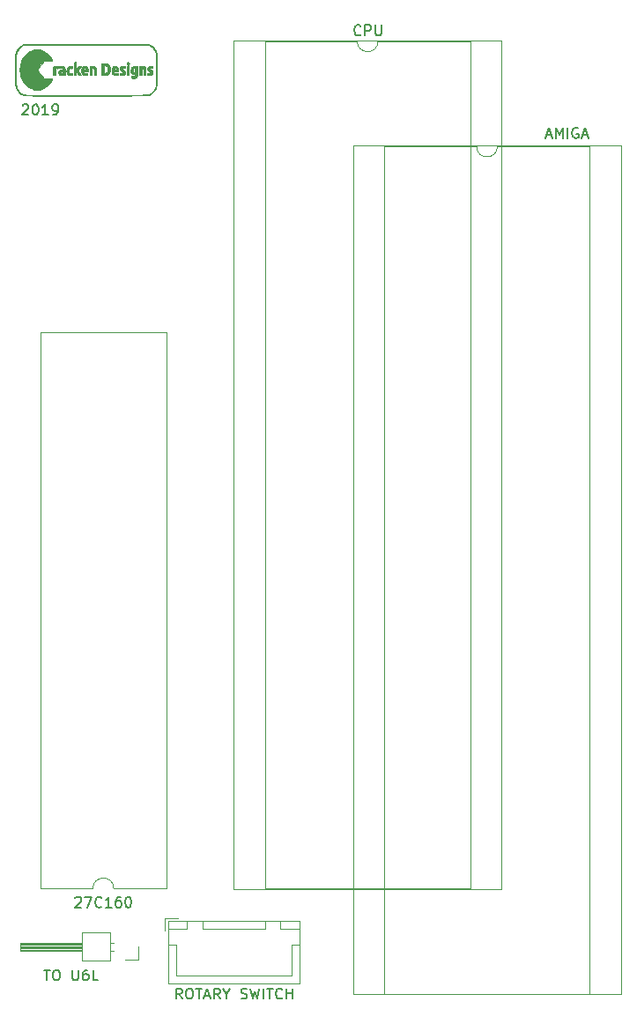
<source format=gbr>
G04 #@! TF.GenerationSoftware,KiCad,Pcbnew,5.0.2-bee76a0~70~ubuntu18.10.1*
G04 #@! TF.CreationDate,2019-03-17T01:37:17+01:00*
G04 #@! TF.ProjectId,Relocator 4 Kickstart,52656c6f-6361-4746-9f72-2034204b6963,rev?*
G04 #@! TF.SameCoordinates,Original*
G04 #@! TF.FileFunction,Legend,Top*
G04 #@! TF.FilePolarity,Positive*
%FSLAX46Y46*%
G04 Gerber Fmt 4.6, Leading zero omitted, Abs format (unit mm)*
G04 Created by KiCad (PCBNEW 5.0.2-bee76a0~70~ubuntu18.10.1) date dom 17 mar 2019 01:37:17 CET*
%MOMM*%
%LPD*%
G01*
G04 APERTURE LIST*
%ADD10C,0.150000*%
%ADD11C,0.120000*%
%ADD12C,0.010000*%
G04 APERTURE END LIST*
D10*
X25971714Y-30942019D02*
X26019333Y-30894400D01*
X26114571Y-30846780D01*
X26352666Y-30846780D01*
X26447904Y-30894400D01*
X26495523Y-30942019D01*
X26543142Y-31037257D01*
X26543142Y-31132495D01*
X26495523Y-31275352D01*
X25924095Y-31846780D01*
X26543142Y-31846780D01*
X27162190Y-30846780D02*
X27257428Y-30846780D01*
X27352666Y-30894400D01*
X27400285Y-30942019D01*
X27447904Y-31037257D01*
X27495523Y-31227733D01*
X27495523Y-31465828D01*
X27447904Y-31656304D01*
X27400285Y-31751542D01*
X27352666Y-31799161D01*
X27257428Y-31846780D01*
X27162190Y-31846780D01*
X27066952Y-31799161D01*
X27019333Y-31751542D01*
X26971714Y-31656304D01*
X26924095Y-31465828D01*
X26924095Y-31227733D01*
X26971714Y-31037257D01*
X27019333Y-30942019D01*
X27066952Y-30894400D01*
X27162190Y-30846780D01*
X28447904Y-31846780D02*
X27876476Y-31846780D01*
X28162190Y-31846780D02*
X28162190Y-30846780D01*
X28066952Y-30989638D01*
X27971714Y-31084876D01*
X27876476Y-31132495D01*
X28924095Y-31846780D02*
X29114571Y-31846780D01*
X29209809Y-31799161D01*
X29257428Y-31751542D01*
X29352666Y-31608685D01*
X29400285Y-31418209D01*
X29400285Y-31037257D01*
X29352666Y-30942019D01*
X29305047Y-30894400D01*
X29209809Y-30846780D01*
X29019333Y-30846780D01*
X28924095Y-30894400D01*
X28876476Y-30942019D01*
X28828857Y-31037257D01*
X28828857Y-31275352D01*
X28876476Y-31370590D01*
X28924095Y-31418209D01*
X29019333Y-31465828D01*
X29209809Y-31465828D01*
X29305047Y-31418209D01*
X29352666Y-31370590D01*
X29400285Y-31275352D01*
X41305790Y-116784380D02*
X40972457Y-116308190D01*
X40734361Y-116784380D02*
X40734361Y-115784380D01*
X41115314Y-115784380D01*
X41210552Y-115832000D01*
X41258171Y-115879619D01*
X41305790Y-115974857D01*
X41305790Y-116117714D01*
X41258171Y-116212952D01*
X41210552Y-116260571D01*
X41115314Y-116308190D01*
X40734361Y-116308190D01*
X41924838Y-115784380D02*
X42115314Y-115784380D01*
X42210552Y-115832000D01*
X42305790Y-115927238D01*
X42353409Y-116117714D01*
X42353409Y-116451047D01*
X42305790Y-116641523D01*
X42210552Y-116736761D01*
X42115314Y-116784380D01*
X41924838Y-116784380D01*
X41829600Y-116736761D01*
X41734361Y-116641523D01*
X41686742Y-116451047D01*
X41686742Y-116117714D01*
X41734361Y-115927238D01*
X41829600Y-115832000D01*
X41924838Y-115784380D01*
X42639123Y-115784380D02*
X43210552Y-115784380D01*
X42924838Y-116784380D02*
X42924838Y-115784380D01*
X43496266Y-116498666D02*
X43972457Y-116498666D01*
X43401028Y-116784380D02*
X43734361Y-115784380D01*
X44067695Y-116784380D01*
X44972457Y-116784380D02*
X44639123Y-116308190D01*
X44401028Y-116784380D02*
X44401028Y-115784380D01*
X44781980Y-115784380D01*
X44877219Y-115832000D01*
X44924838Y-115879619D01*
X44972457Y-115974857D01*
X44972457Y-116117714D01*
X44924838Y-116212952D01*
X44877219Y-116260571D01*
X44781980Y-116308190D01*
X44401028Y-116308190D01*
X45591504Y-116308190D02*
X45591504Y-116784380D01*
X45258171Y-115784380D02*
X45591504Y-116308190D01*
X45924838Y-115784380D01*
X46972457Y-116736761D02*
X47115314Y-116784380D01*
X47353409Y-116784380D01*
X47448647Y-116736761D01*
X47496266Y-116689142D01*
X47543885Y-116593904D01*
X47543885Y-116498666D01*
X47496266Y-116403428D01*
X47448647Y-116355809D01*
X47353409Y-116308190D01*
X47162933Y-116260571D01*
X47067695Y-116212952D01*
X47020076Y-116165333D01*
X46972457Y-116070095D01*
X46972457Y-115974857D01*
X47020076Y-115879619D01*
X47067695Y-115832000D01*
X47162933Y-115784380D01*
X47401028Y-115784380D01*
X47543885Y-115832000D01*
X47877219Y-115784380D02*
X48115314Y-116784380D01*
X48305790Y-116070095D01*
X48496266Y-116784380D01*
X48734361Y-115784380D01*
X49115314Y-116784380D02*
X49115314Y-115784380D01*
X49448647Y-115784380D02*
X50020076Y-115784380D01*
X49734361Y-116784380D02*
X49734361Y-115784380D01*
X50924838Y-116689142D02*
X50877219Y-116736761D01*
X50734361Y-116784380D01*
X50639123Y-116784380D01*
X50496266Y-116736761D01*
X50401028Y-116641523D01*
X50353409Y-116546285D01*
X50305790Y-116355809D01*
X50305790Y-116212952D01*
X50353409Y-116022476D01*
X50401028Y-115927238D01*
X50496266Y-115832000D01*
X50639123Y-115784380D01*
X50734361Y-115784380D01*
X50877219Y-115832000D01*
X50924838Y-115879619D01*
X51353409Y-116784380D02*
X51353409Y-115784380D01*
X51353409Y-116260571D02*
X51924838Y-116260571D01*
X51924838Y-116784380D02*
X51924838Y-115784380D01*
X31040723Y-107091219D02*
X31088342Y-107043600D01*
X31183580Y-106995980D01*
X31421676Y-106995980D01*
X31516914Y-107043600D01*
X31564533Y-107091219D01*
X31612152Y-107186457D01*
X31612152Y-107281695D01*
X31564533Y-107424552D01*
X30993104Y-107995980D01*
X31612152Y-107995980D01*
X31945485Y-106995980D02*
X32612152Y-106995980D01*
X32183580Y-107995980D01*
X33564533Y-107900742D02*
X33516914Y-107948361D01*
X33374057Y-107995980D01*
X33278819Y-107995980D01*
X33135961Y-107948361D01*
X33040723Y-107853123D01*
X32993104Y-107757885D01*
X32945485Y-107567409D01*
X32945485Y-107424552D01*
X32993104Y-107234076D01*
X33040723Y-107138838D01*
X33135961Y-107043600D01*
X33278819Y-106995980D01*
X33374057Y-106995980D01*
X33516914Y-107043600D01*
X33564533Y-107091219D01*
X34516914Y-107995980D02*
X33945485Y-107995980D01*
X34231200Y-107995980D02*
X34231200Y-106995980D01*
X34135961Y-107138838D01*
X34040723Y-107234076D01*
X33945485Y-107281695D01*
X35374057Y-106995980D02*
X35183580Y-106995980D01*
X35088342Y-107043600D01*
X35040723Y-107091219D01*
X34945485Y-107234076D01*
X34897866Y-107424552D01*
X34897866Y-107805504D01*
X34945485Y-107900742D01*
X34993104Y-107948361D01*
X35088342Y-107995980D01*
X35278819Y-107995980D01*
X35374057Y-107948361D01*
X35421676Y-107900742D01*
X35469295Y-107805504D01*
X35469295Y-107567409D01*
X35421676Y-107472171D01*
X35374057Y-107424552D01*
X35278819Y-107376933D01*
X35088342Y-107376933D01*
X34993104Y-107424552D01*
X34945485Y-107472171D01*
X34897866Y-107567409D01*
X36088342Y-106995980D02*
X36183580Y-106995980D01*
X36278819Y-107043600D01*
X36326438Y-107091219D01*
X36374057Y-107186457D01*
X36421676Y-107376933D01*
X36421676Y-107615028D01*
X36374057Y-107805504D01*
X36326438Y-107900742D01*
X36278819Y-107948361D01*
X36183580Y-107995980D01*
X36088342Y-107995980D01*
X35993104Y-107948361D01*
X35945485Y-107900742D01*
X35897866Y-107805504D01*
X35850247Y-107615028D01*
X35850247Y-107376933D01*
X35897866Y-107186457D01*
X35945485Y-107091219D01*
X35993104Y-107043600D01*
X36088342Y-106995980D01*
X28037161Y-114006380D02*
X28608590Y-114006380D01*
X28322876Y-115006380D02*
X28322876Y-114006380D01*
X29132400Y-114006380D02*
X29322876Y-114006380D01*
X29418114Y-114054000D01*
X29513352Y-114149238D01*
X29560971Y-114339714D01*
X29560971Y-114673047D01*
X29513352Y-114863523D01*
X29418114Y-114958761D01*
X29322876Y-115006380D01*
X29132400Y-115006380D01*
X29037161Y-114958761D01*
X28941923Y-114863523D01*
X28894304Y-114673047D01*
X28894304Y-114339714D01*
X28941923Y-114149238D01*
X29037161Y-114054000D01*
X29132400Y-114006380D01*
X30751447Y-114006380D02*
X30751447Y-114815904D01*
X30799066Y-114911142D01*
X30846685Y-114958761D01*
X30941923Y-115006380D01*
X31132400Y-115006380D01*
X31227638Y-114958761D01*
X31275257Y-114911142D01*
X31322876Y-114815904D01*
X31322876Y-114006380D01*
X32227638Y-114006380D02*
X32037161Y-114006380D01*
X31941923Y-114054000D01*
X31894304Y-114101619D01*
X31799066Y-114244476D01*
X31751447Y-114434952D01*
X31751447Y-114815904D01*
X31799066Y-114911142D01*
X31846685Y-114958761D01*
X31941923Y-115006380D01*
X32132400Y-115006380D01*
X32227638Y-114958761D01*
X32275257Y-114911142D01*
X32322876Y-114815904D01*
X32322876Y-114577809D01*
X32275257Y-114482571D01*
X32227638Y-114434952D01*
X32132400Y-114387333D01*
X31941923Y-114387333D01*
X31846685Y-114434952D01*
X31799066Y-114482571D01*
X31751447Y-114577809D01*
X33227638Y-115006380D02*
X32751447Y-115006380D01*
X32751447Y-114006380D01*
X76306609Y-33796266D02*
X76782800Y-33796266D01*
X76211371Y-34081980D02*
X76544704Y-33081980D01*
X76878038Y-34081980D01*
X77211371Y-34081980D02*
X77211371Y-33081980D01*
X77544704Y-33796266D01*
X77878038Y-33081980D01*
X77878038Y-34081980D01*
X78354228Y-34081980D02*
X78354228Y-33081980D01*
X79354228Y-33129600D02*
X79258990Y-33081980D01*
X79116133Y-33081980D01*
X78973276Y-33129600D01*
X78878038Y-33224838D01*
X78830419Y-33320076D01*
X78782800Y-33510552D01*
X78782800Y-33653409D01*
X78830419Y-33843885D01*
X78878038Y-33939123D01*
X78973276Y-34034361D01*
X79116133Y-34081980D01*
X79211371Y-34081980D01*
X79354228Y-34034361D01*
X79401847Y-33986742D01*
X79401847Y-33653409D01*
X79211371Y-33653409D01*
X79782800Y-33796266D02*
X80258990Y-33796266D01*
X79687561Y-34081980D02*
X80020895Y-33081980D01*
X80354228Y-34081980D01*
X58467714Y-24131542D02*
X58420095Y-24179161D01*
X58277238Y-24226780D01*
X58182000Y-24226780D01*
X58039142Y-24179161D01*
X57943904Y-24083923D01*
X57896285Y-23988685D01*
X57848666Y-23798209D01*
X57848666Y-23655352D01*
X57896285Y-23464876D01*
X57943904Y-23369638D01*
X58039142Y-23274400D01*
X58182000Y-23226780D01*
X58277238Y-23226780D01*
X58420095Y-23274400D01*
X58467714Y-23322019D01*
X58896285Y-24226780D02*
X58896285Y-23226780D01*
X59277238Y-23226780D01*
X59372476Y-23274400D01*
X59420095Y-23322019D01*
X59467714Y-23417257D01*
X59467714Y-23560114D01*
X59420095Y-23655352D01*
X59372476Y-23702971D01*
X59277238Y-23750590D01*
X58896285Y-23750590D01*
X59896285Y-23226780D02*
X59896285Y-24036304D01*
X59943904Y-24131542D01*
X59991523Y-24179161D01*
X60086761Y-24226780D01*
X60277238Y-24226780D01*
X60372476Y-24179161D01*
X60420095Y-24131542D01*
X60467714Y-24036304D01*
X60467714Y-23226780D01*
D11*
G04 #@! TO.C,J1*
X39959600Y-109300000D02*
X39959600Y-115270000D01*
X39959600Y-115270000D02*
X52579600Y-115270000D01*
X52579600Y-115270000D02*
X52579600Y-109300000D01*
X52579600Y-109300000D02*
X39959600Y-109300000D01*
X43269600Y-109310000D02*
X43269600Y-110060000D01*
X43269600Y-110060000D02*
X49269600Y-110060000D01*
X49269600Y-110060000D02*
X49269600Y-109310000D01*
X49269600Y-109310000D02*
X43269600Y-109310000D01*
X39969600Y-109310000D02*
X39969600Y-110060000D01*
X39969600Y-110060000D02*
X41769600Y-110060000D01*
X41769600Y-110060000D02*
X41769600Y-109310000D01*
X41769600Y-109310000D02*
X39969600Y-109310000D01*
X50769600Y-109310000D02*
X50769600Y-110060000D01*
X50769600Y-110060000D02*
X52569600Y-110060000D01*
X52569600Y-110060000D02*
X52569600Y-109310000D01*
X52569600Y-109310000D02*
X50769600Y-109310000D01*
X39969600Y-111560000D02*
X40719600Y-111560000D01*
X40719600Y-111560000D02*
X40719600Y-114510000D01*
X40719600Y-114510000D02*
X46269600Y-114510000D01*
X52569600Y-111560000D02*
X51819600Y-111560000D01*
X51819600Y-111560000D02*
X51819600Y-114510000D01*
X51819600Y-114510000D02*
X46269600Y-114510000D01*
X40919600Y-109010000D02*
X39669600Y-109010000D01*
X39669600Y-109010000D02*
X39669600Y-110260000D01*
G04 #@! TO.C,TP1*
X34374000Y-113090000D02*
X34374000Y-110430000D01*
X34374000Y-110430000D02*
X31714000Y-110430000D01*
X31714000Y-110430000D02*
X31714000Y-113090000D01*
X31714000Y-113090000D02*
X34374000Y-113090000D01*
X31714000Y-112140000D02*
X25714000Y-112140000D01*
X25714000Y-112140000D02*
X25714000Y-111380000D01*
X25714000Y-111380000D02*
X31714000Y-111380000D01*
X31714000Y-112080000D02*
X25714000Y-112080000D01*
X31714000Y-111960000D02*
X25714000Y-111960000D01*
X31714000Y-111840000D02*
X25714000Y-111840000D01*
X31714000Y-111720000D02*
X25714000Y-111720000D01*
X31714000Y-111600000D02*
X25714000Y-111600000D01*
X31714000Y-111480000D02*
X25714000Y-111480000D01*
X34704000Y-112140000D02*
X34374000Y-112140000D01*
X34704000Y-111380000D02*
X34374000Y-111380000D01*
X37084000Y-111760000D02*
X37084000Y-113030000D01*
X37084000Y-113030000D02*
X35814000Y-113030000D01*
G04 #@! TO.C,U3*
X32731200Y-106181000D02*
G75*
G02X34731200Y-106181000I1000000J0D01*
G01*
X34731200Y-106181000D02*
X39791200Y-106181000D01*
X39791200Y-106181000D02*
X39791200Y-52721000D01*
X39791200Y-52721000D02*
X27671200Y-52721000D01*
X27671200Y-52721000D02*
X27671200Y-106181000D01*
X27671200Y-106181000D02*
X32731200Y-106181000D01*
G04 #@! TO.C,U2*
X83482000Y-34830400D02*
X57742000Y-34830400D01*
X83482000Y-116350400D02*
X83482000Y-34830400D01*
X57742000Y-116350400D02*
X83482000Y-116350400D01*
X57742000Y-34830400D02*
X57742000Y-116350400D01*
X80482000Y-34890400D02*
X71612000Y-34890400D01*
X80482000Y-116290400D02*
X80482000Y-34890400D01*
X60742000Y-116290400D02*
X80482000Y-116290400D01*
X60742000Y-34890400D02*
X60742000Y-116290400D01*
X69612000Y-34890400D02*
X60742000Y-34890400D01*
X71612000Y-34890400D02*
G75*
G02X69612000Y-34890400I-1000000J0D01*
G01*
G04 #@! TO.C,U1*
X60131200Y-24781200D02*
G75*
G02X58131200Y-24781200I-1000000J0D01*
G01*
X58131200Y-24781200D02*
X49261200Y-24781200D01*
X49261200Y-24781200D02*
X49261200Y-106181200D01*
X49261200Y-106181200D02*
X69001200Y-106181200D01*
X69001200Y-106181200D02*
X69001200Y-24781200D01*
X69001200Y-24781200D02*
X60131200Y-24781200D01*
X46261200Y-24721200D02*
X46261200Y-106241200D01*
X46261200Y-106241200D02*
X72001200Y-106241200D01*
X72001200Y-106241200D02*
X72001200Y-24721200D01*
X72001200Y-24721200D02*
X46261200Y-24721200D01*
D12*
G04 #@! TO.C,G\002A\002A\002A*
G36*
X32454293Y-25039321D02*
X32816061Y-25039325D01*
X33161645Y-25039335D01*
X33491421Y-25039350D01*
X33805764Y-25039371D01*
X34105048Y-25039401D01*
X34389649Y-25039440D01*
X34659941Y-25039490D01*
X34916301Y-25039551D01*
X35159102Y-25039624D01*
X35388719Y-25039712D01*
X35605528Y-25039815D01*
X35809904Y-25039933D01*
X36002221Y-25040070D01*
X36182855Y-25040224D01*
X36352181Y-25040399D01*
X36510573Y-25040594D01*
X36658407Y-25040811D01*
X36796057Y-25041052D01*
X36923899Y-25041317D01*
X37042308Y-25041607D01*
X37151658Y-25041924D01*
X37252325Y-25042270D01*
X37344683Y-25042644D01*
X37429108Y-25043048D01*
X37505974Y-25043483D01*
X37575657Y-25043952D01*
X37638532Y-25044453D01*
X37694973Y-25044990D01*
X37745356Y-25045563D01*
X37790055Y-25046173D01*
X37829446Y-25046821D01*
X37863904Y-25047509D01*
X37893802Y-25048237D01*
X37919518Y-25049008D01*
X37941425Y-25049821D01*
X37959898Y-25050679D01*
X37975314Y-25051582D01*
X37988045Y-25052531D01*
X37998468Y-25053529D01*
X38006958Y-25054575D01*
X38013889Y-25055671D01*
X38019637Y-25056818D01*
X38023800Y-25057816D01*
X38157913Y-25102129D01*
X38283180Y-25163411D01*
X38398892Y-25240810D01*
X38504337Y-25333473D01*
X38598807Y-25440549D01*
X38681589Y-25561185D01*
X38751976Y-25694528D01*
X38809255Y-25839727D01*
X38852718Y-25995929D01*
X38867753Y-26070560D01*
X38869952Y-26083756D01*
X38871932Y-26098154D01*
X38873704Y-26114830D01*
X38875281Y-26134859D01*
X38876673Y-26159315D01*
X38877892Y-26189275D01*
X38878949Y-26225812D01*
X38879855Y-26270003D01*
X38880623Y-26322922D01*
X38881263Y-26385644D01*
X38881787Y-26459245D01*
X38882206Y-26544800D01*
X38882532Y-26643383D01*
X38882776Y-26756071D01*
X38882950Y-26883938D01*
X38883064Y-27028059D01*
X38883131Y-27189509D01*
X38883161Y-27369364D01*
X38883167Y-27523440D01*
X38883157Y-27718427D01*
X38883120Y-27894170D01*
X38883044Y-28051744D01*
X38882917Y-28192222D01*
X38882729Y-28316682D01*
X38882469Y-28426197D01*
X38882123Y-28521842D01*
X38881682Y-28604694D01*
X38881134Y-28675827D01*
X38880467Y-28736316D01*
X38879670Y-28787237D01*
X38878731Y-28829664D01*
X38877640Y-28864673D01*
X38876384Y-28893338D01*
X38874953Y-28916736D01*
X38873334Y-28935940D01*
X38871517Y-28952027D01*
X38869491Y-28966071D01*
X38867753Y-28976320D01*
X38830833Y-29137732D01*
X38779660Y-29288459D01*
X38714391Y-29428148D01*
X38635186Y-29556443D01*
X38573905Y-29636445D01*
X38476415Y-29740121D01*
X38369741Y-29827874D01*
X38253005Y-29900274D01*
X38125331Y-29957892D01*
X38032267Y-29988790D01*
X38027731Y-29989973D01*
X38022243Y-29991105D01*
X38015428Y-29992186D01*
X38006911Y-29993218D01*
X37996317Y-29994203D01*
X37983272Y-29995141D01*
X37967401Y-29996034D01*
X37948330Y-29996883D01*
X37925683Y-29997690D01*
X37899086Y-29998455D01*
X37868164Y-29999180D01*
X37832543Y-29999866D01*
X37791847Y-30000515D01*
X37745703Y-30001127D01*
X37693735Y-30001705D01*
X37635569Y-30002249D01*
X37570830Y-30002760D01*
X37499143Y-30003240D01*
X37420134Y-30003690D01*
X37333427Y-30004112D01*
X37238649Y-30004507D01*
X37135425Y-30004875D01*
X37023379Y-30005218D01*
X36902137Y-30005538D01*
X36771325Y-30005836D01*
X36630567Y-30006113D01*
X36479489Y-30006370D01*
X36317717Y-30006608D01*
X36144875Y-30006829D01*
X35960589Y-30007035D01*
X35764484Y-30007226D01*
X35556185Y-30007403D01*
X35335319Y-30007569D01*
X35101509Y-30007723D01*
X34854382Y-30007868D01*
X34593562Y-30008005D01*
X34318676Y-30008135D01*
X34029347Y-30008259D01*
X33725202Y-30008379D01*
X33405866Y-30008495D01*
X33070964Y-30008610D01*
X32720122Y-30008724D01*
X32352964Y-30008839D01*
X32105600Y-30008914D01*
X31715671Y-30009026D01*
X31342344Y-30009120D01*
X30985292Y-30009196D01*
X30644183Y-30009253D01*
X30318688Y-30009290D01*
X30008478Y-30009307D01*
X29713221Y-30009303D01*
X29432589Y-30009278D01*
X29166252Y-30009231D01*
X28913879Y-30009161D01*
X28675141Y-30009067D01*
X28449709Y-30008950D01*
X28237251Y-30008808D01*
X28037439Y-30008641D01*
X27849942Y-30008448D01*
X27674431Y-30008229D01*
X27510576Y-30007982D01*
X27358046Y-30007708D01*
X27216513Y-30007406D01*
X27085646Y-30007075D01*
X26965116Y-30006714D01*
X26854592Y-30006323D01*
X26753745Y-30005901D01*
X26662245Y-30005447D01*
X26579761Y-30004962D01*
X26505966Y-30004444D01*
X26440527Y-30003893D01*
X26383116Y-30003307D01*
X26333403Y-30002687D01*
X26291057Y-30002032D01*
X26255750Y-30001341D01*
X26227150Y-30000614D01*
X26204929Y-29999850D01*
X26188756Y-29999048D01*
X26178302Y-29998208D01*
X26174700Y-29997697D01*
X26042256Y-29962482D01*
X25916800Y-29909516D01*
X25799318Y-29839792D01*
X25690794Y-29754302D01*
X25592213Y-29654039D01*
X25504561Y-29539994D01*
X25428822Y-29413162D01*
X25365982Y-29274533D01*
X25320236Y-29136810D01*
X25313089Y-29111464D01*
X25306635Y-29088591D01*
X25300838Y-29067088D01*
X25295664Y-29045851D01*
X25291076Y-29023779D01*
X25287039Y-28999766D01*
X25283520Y-28972711D01*
X25280481Y-28941509D01*
X25277889Y-28905059D01*
X25275707Y-28862255D01*
X25273901Y-28811996D01*
X25272436Y-28753178D01*
X25271275Y-28684698D01*
X25270385Y-28605452D01*
X25269730Y-28514337D01*
X25269275Y-28410251D01*
X25268984Y-28292089D01*
X25268822Y-28158749D01*
X25268754Y-28009127D01*
X25268746Y-27842121D01*
X25268761Y-27656626D01*
X25268764Y-27570083D01*
X25335203Y-27570083D01*
X25335316Y-27720167D01*
X25335568Y-27868307D01*
X25335959Y-28013019D01*
X25336489Y-28152819D01*
X25337159Y-28286222D01*
X25337967Y-28411745D01*
X25338915Y-28527902D01*
X25340002Y-28633211D01*
X25341228Y-28726186D01*
X25342594Y-28805343D01*
X25344098Y-28869199D01*
X25345742Y-28916268D01*
X25347525Y-28945068D01*
X25348240Y-28950920D01*
X25381559Y-29104362D01*
X25429187Y-29247060D01*
X25491374Y-29379595D01*
X25568370Y-29502548D01*
X25607340Y-29554185D01*
X25704838Y-29663189D01*
X25808810Y-29753481D01*
X25919680Y-29825323D01*
X26037869Y-29878980D01*
X26163798Y-29914717D01*
X26191804Y-29920063D01*
X26203055Y-29920557D01*
X26230837Y-29921038D01*
X26274749Y-29921505D01*
X26334388Y-29921958D01*
X26409352Y-29922397D01*
X26499239Y-29922821D01*
X26603648Y-29923230D01*
X26722176Y-29923623D01*
X26854421Y-29923999D01*
X26999981Y-29924359D01*
X27158454Y-29924701D01*
X27329438Y-29925026D01*
X27512532Y-29925332D01*
X27707332Y-29925620D01*
X27913438Y-29925888D01*
X28130447Y-29926136D01*
X28357957Y-29926364D01*
X28595565Y-29926572D01*
X28842871Y-29926758D01*
X29099472Y-29926922D01*
X29364965Y-29927064D01*
X29638950Y-29927184D01*
X29921024Y-29927280D01*
X30210784Y-29927353D01*
X30507829Y-29927401D01*
X30811758Y-29927425D01*
X31122167Y-29927423D01*
X31438655Y-29927396D01*
X31760819Y-29927343D01*
X32088259Y-29927263D01*
X32105600Y-29927258D01*
X32484037Y-29927148D01*
X32845914Y-29927038D01*
X33191603Y-29926926D01*
X33521479Y-29926813D01*
X33835912Y-29926696D01*
X34135278Y-29926575D01*
X34419948Y-29926447D01*
X34690296Y-29926313D01*
X34946694Y-29926170D01*
X35189516Y-29926018D01*
X35419135Y-29925855D01*
X35635923Y-29925681D01*
X35840254Y-29925493D01*
X36032500Y-29925291D01*
X36213036Y-29925074D01*
X36382233Y-29924840D01*
X36540464Y-29924588D01*
X36688103Y-29924317D01*
X36825523Y-29924025D01*
X36953096Y-29923713D01*
X37071196Y-29923377D01*
X37180196Y-29923018D01*
X37280468Y-29922633D01*
X37372386Y-29922223D01*
X37456323Y-29921784D01*
X37532651Y-29921317D01*
X37601744Y-29920821D01*
X37663974Y-29920293D01*
X37719715Y-29919732D01*
X37769340Y-29919138D01*
X37813221Y-29918510D01*
X37851732Y-29917845D01*
X37885245Y-29917144D01*
X37914134Y-29916404D01*
X37938772Y-29915624D01*
X37959531Y-29914804D01*
X37976785Y-29913942D01*
X37990906Y-29913036D01*
X38002268Y-29912087D01*
X38011244Y-29911091D01*
X38018206Y-29910049D01*
X38023528Y-29908959D01*
X38026545Y-29908146D01*
X38137413Y-29869552D01*
X38235370Y-29823700D01*
X38323937Y-29768240D01*
X38406637Y-29700824D01*
X38486988Y-29619104D01*
X38523858Y-29576389D01*
X38601037Y-29475616D01*
X38663827Y-29374750D01*
X38714426Y-29269602D01*
X38755029Y-29155978D01*
X38768194Y-29110079D01*
X38774792Y-29085860D01*
X38780746Y-29063825D01*
X38786089Y-29042867D01*
X38790854Y-29021877D01*
X38795075Y-28999747D01*
X38798784Y-28975369D01*
X38802014Y-28947635D01*
X38804798Y-28915437D01*
X38807169Y-28877666D01*
X38809161Y-28833215D01*
X38810805Y-28780975D01*
X38812136Y-28719838D01*
X38813186Y-28648697D01*
X38813988Y-28566443D01*
X38814576Y-28471968D01*
X38814981Y-28364163D01*
X38815237Y-28241922D01*
X38815378Y-28104135D01*
X38815436Y-27949694D01*
X38815444Y-27777492D01*
X38815435Y-27586420D01*
X38815433Y-27523440D01*
X38815441Y-27326318D01*
X38815442Y-27148407D01*
X38815403Y-26988601D01*
X38815292Y-26845790D01*
X38815074Y-26718867D01*
X38814719Y-26606723D01*
X38814191Y-26508251D01*
X38813459Y-26422341D01*
X38812489Y-26347887D01*
X38811248Y-26283780D01*
X38809704Y-26228911D01*
X38807823Y-26182174D01*
X38805572Y-26142458D01*
X38802919Y-26108658D01*
X38799830Y-26079664D01*
X38796273Y-26054368D01*
X38792214Y-26031662D01*
X38787620Y-26010438D01*
X38782459Y-25989588D01*
X38776697Y-25968004D01*
X38770302Y-25944578D01*
X38768194Y-25936800D01*
X38730788Y-25818892D01*
X38684216Y-25711041D01*
X38626280Y-25609053D01*
X38554784Y-25508737D01*
X38523858Y-25470490D01*
X38429063Y-25367997D01*
X38330477Y-25284304D01*
X38225878Y-25217980D01*
X38113044Y-25167591D01*
X38002633Y-25134687D01*
X37990093Y-25133714D01*
X37961148Y-25132771D01*
X37916327Y-25131859D01*
X37856158Y-25130977D01*
X37781170Y-25130127D01*
X37691891Y-25129308D01*
X37588851Y-25128519D01*
X37472577Y-25127761D01*
X37343598Y-25127035D01*
X37202443Y-25126339D01*
X37049640Y-25125674D01*
X36885717Y-25125040D01*
X36711204Y-25124436D01*
X36526629Y-25123864D01*
X36332521Y-25123322D01*
X36129407Y-25122812D01*
X35917817Y-25122332D01*
X35698279Y-25121883D01*
X35471321Y-25121465D01*
X35237473Y-25121078D01*
X34997262Y-25120722D01*
X34751218Y-25120396D01*
X34499868Y-25120102D01*
X34243742Y-25119838D01*
X33983368Y-25119606D01*
X33719275Y-25119404D01*
X33451990Y-25119233D01*
X33182043Y-25119093D01*
X32909962Y-25118983D01*
X32636276Y-25118905D01*
X32361513Y-25118858D01*
X32086202Y-25118841D01*
X31810871Y-25118855D01*
X31536049Y-25118900D01*
X31262265Y-25118976D01*
X30990047Y-25119083D01*
X30719923Y-25119221D01*
X30452422Y-25119390D01*
X30188073Y-25119589D01*
X29927404Y-25119820D01*
X29670944Y-25120081D01*
X29419222Y-25120373D01*
X29172765Y-25120696D01*
X28932102Y-25121050D01*
X28697763Y-25121435D01*
X28470275Y-25121851D01*
X28250167Y-25122298D01*
X28037968Y-25122775D01*
X27834206Y-25123283D01*
X27639410Y-25123823D01*
X27454108Y-25124393D01*
X27278829Y-25124994D01*
X27114102Y-25125626D01*
X26960454Y-25126288D01*
X26818415Y-25126982D01*
X26688513Y-25127706D01*
X26571276Y-25128462D01*
X26467234Y-25129248D01*
X26376914Y-25130065D01*
X26300846Y-25130913D01*
X26239557Y-25131792D01*
X26193577Y-25132702D01*
X26163434Y-25133642D01*
X26149656Y-25134614D01*
X26149300Y-25134687D01*
X26027154Y-25171961D01*
X25915244Y-25223881D01*
X25811348Y-25291880D01*
X25713242Y-25377391D01*
X25628075Y-25470490D01*
X25542664Y-25584245D01*
X25472921Y-25702547D01*
X25417650Y-25828066D01*
X25375660Y-25963467D01*
X25348240Y-26095960D01*
X25346404Y-26117415D01*
X25344707Y-26157706D01*
X25343150Y-26215348D01*
X25341731Y-26288857D01*
X25340452Y-26376748D01*
X25339312Y-26477537D01*
X25338312Y-26589740D01*
X25337450Y-26711874D01*
X25336727Y-26842452D01*
X25336144Y-26979993D01*
X25335700Y-27123010D01*
X25335395Y-27270020D01*
X25335230Y-27419539D01*
X25335203Y-27570083D01*
X25268764Y-27570083D01*
X25268767Y-27523440D01*
X25268777Y-27328452D01*
X25268814Y-27152709D01*
X25268890Y-26995135D01*
X25269016Y-26854657D01*
X25269204Y-26730197D01*
X25269465Y-26620682D01*
X25269810Y-26525037D01*
X25270252Y-26442185D01*
X25270800Y-26371052D01*
X25271467Y-26310563D01*
X25272264Y-26259642D01*
X25273203Y-26217215D01*
X25274294Y-26182206D01*
X25275550Y-26153541D01*
X25276981Y-26130143D01*
X25278599Y-26110939D01*
X25280416Y-26094852D01*
X25282443Y-26080808D01*
X25284180Y-26070560D01*
X25321108Y-25909624D01*
X25372177Y-25759303D01*
X25436676Y-25620450D01*
X25513895Y-25493915D01*
X25603125Y-25380552D01*
X25703655Y-25281212D01*
X25814774Y-25196749D01*
X25935773Y-25128013D01*
X26065941Y-25075859D01*
X26128134Y-25057816D01*
X26133180Y-25056625D01*
X26139098Y-25055486D01*
X26146260Y-25054398D01*
X26155043Y-25053361D01*
X26165822Y-25052371D01*
X26178971Y-25051430D01*
X26194865Y-25050534D01*
X26213880Y-25049684D01*
X26236390Y-25048878D01*
X26262770Y-25048114D01*
X26293396Y-25047393D01*
X26328642Y-25046711D01*
X26368884Y-25046069D01*
X26414496Y-25045466D01*
X26465853Y-25044899D01*
X26523331Y-25044368D01*
X26587304Y-25043872D01*
X26658147Y-25043409D01*
X26736236Y-25042979D01*
X26821945Y-25042580D01*
X26915650Y-25042211D01*
X27017724Y-25041870D01*
X27128545Y-25041558D01*
X27248485Y-25041271D01*
X27377921Y-25041011D01*
X27517227Y-25040774D01*
X27666778Y-25040560D01*
X27826950Y-25040369D01*
X27998117Y-25040198D01*
X28180655Y-25040046D01*
X28374938Y-25039913D01*
X28581341Y-25039797D01*
X28800239Y-25039697D01*
X29032008Y-25039611D01*
X29277022Y-25039540D01*
X29535656Y-25039481D01*
X29808285Y-25039433D01*
X30095285Y-25039396D01*
X30397030Y-25039367D01*
X30713896Y-25039347D01*
X31046256Y-25039333D01*
X31394487Y-25039324D01*
X31758963Y-25039320D01*
X32075967Y-25039320D01*
X32454293Y-25039321D01*
X32454293Y-25039321D01*
G37*
X32454293Y-25039321D02*
X32816061Y-25039325D01*
X33161645Y-25039335D01*
X33491421Y-25039350D01*
X33805764Y-25039371D01*
X34105048Y-25039401D01*
X34389649Y-25039440D01*
X34659941Y-25039490D01*
X34916301Y-25039551D01*
X35159102Y-25039624D01*
X35388719Y-25039712D01*
X35605528Y-25039815D01*
X35809904Y-25039933D01*
X36002221Y-25040070D01*
X36182855Y-25040224D01*
X36352181Y-25040399D01*
X36510573Y-25040594D01*
X36658407Y-25040811D01*
X36796057Y-25041052D01*
X36923899Y-25041317D01*
X37042308Y-25041607D01*
X37151658Y-25041924D01*
X37252325Y-25042270D01*
X37344683Y-25042644D01*
X37429108Y-25043048D01*
X37505974Y-25043483D01*
X37575657Y-25043952D01*
X37638532Y-25044453D01*
X37694973Y-25044990D01*
X37745356Y-25045563D01*
X37790055Y-25046173D01*
X37829446Y-25046821D01*
X37863904Y-25047509D01*
X37893802Y-25048237D01*
X37919518Y-25049008D01*
X37941425Y-25049821D01*
X37959898Y-25050679D01*
X37975314Y-25051582D01*
X37988045Y-25052531D01*
X37998468Y-25053529D01*
X38006958Y-25054575D01*
X38013889Y-25055671D01*
X38019637Y-25056818D01*
X38023800Y-25057816D01*
X38157913Y-25102129D01*
X38283180Y-25163411D01*
X38398892Y-25240810D01*
X38504337Y-25333473D01*
X38598807Y-25440549D01*
X38681589Y-25561185D01*
X38751976Y-25694528D01*
X38809255Y-25839727D01*
X38852718Y-25995929D01*
X38867753Y-26070560D01*
X38869952Y-26083756D01*
X38871932Y-26098154D01*
X38873704Y-26114830D01*
X38875281Y-26134859D01*
X38876673Y-26159315D01*
X38877892Y-26189275D01*
X38878949Y-26225812D01*
X38879855Y-26270003D01*
X38880623Y-26322922D01*
X38881263Y-26385644D01*
X38881787Y-26459245D01*
X38882206Y-26544800D01*
X38882532Y-26643383D01*
X38882776Y-26756071D01*
X38882950Y-26883938D01*
X38883064Y-27028059D01*
X38883131Y-27189509D01*
X38883161Y-27369364D01*
X38883167Y-27523440D01*
X38883157Y-27718427D01*
X38883120Y-27894170D01*
X38883044Y-28051744D01*
X38882917Y-28192222D01*
X38882729Y-28316682D01*
X38882469Y-28426197D01*
X38882123Y-28521842D01*
X38881682Y-28604694D01*
X38881134Y-28675827D01*
X38880467Y-28736316D01*
X38879670Y-28787237D01*
X38878731Y-28829664D01*
X38877640Y-28864673D01*
X38876384Y-28893338D01*
X38874953Y-28916736D01*
X38873334Y-28935940D01*
X38871517Y-28952027D01*
X38869491Y-28966071D01*
X38867753Y-28976320D01*
X38830833Y-29137732D01*
X38779660Y-29288459D01*
X38714391Y-29428148D01*
X38635186Y-29556443D01*
X38573905Y-29636445D01*
X38476415Y-29740121D01*
X38369741Y-29827874D01*
X38253005Y-29900274D01*
X38125331Y-29957892D01*
X38032267Y-29988790D01*
X38027731Y-29989973D01*
X38022243Y-29991105D01*
X38015428Y-29992186D01*
X38006911Y-29993218D01*
X37996317Y-29994203D01*
X37983272Y-29995141D01*
X37967401Y-29996034D01*
X37948330Y-29996883D01*
X37925683Y-29997690D01*
X37899086Y-29998455D01*
X37868164Y-29999180D01*
X37832543Y-29999866D01*
X37791847Y-30000515D01*
X37745703Y-30001127D01*
X37693735Y-30001705D01*
X37635569Y-30002249D01*
X37570830Y-30002760D01*
X37499143Y-30003240D01*
X37420134Y-30003690D01*
X37333427Y-30004112D01*
X37238649Y-30004507D01*
X37135425Y-30004875D01*
X37023379Y-30005218D01*
X36902137Y-30005538D01*
X36771325Y-30005836D01*
X36630567Y-30006113D01*
X36479489Y-30006370D01*
X36317717Y-30006608D01*
X36144875Y-30006829D01*
X35960589Y-30007035D01*
X35764484Y-30007226D01*
X35556185Y-30007403D01*
X35335319Y-30007569D01*
X35101509Y-30007723D01*
X34854382Y-30007868D01*
X34593562Y-30008005D01*
X34318676Y-30008135D01*
X34029347Y-30008259D01*
X33725202Y-30008379D01*
X33405866Y-30008495D01*
X33070964Y-30008610D01*
X32720122Y-30008724D01*
X32352964Y-30008839D01*
X32105600Y-30008914D01*
X31715671Y-30009026D01*
X31342344Y-30009120D01*
X30985292Y-30009196D01*
X30644183Y-30009253D01*
X30318688Y-30009290D01*
X30008478Y-30009307D01*
X29713221Y-30009303D01*
X29432589Y-30009278D01*
X29166252Y-30009231D01*
X28913879Y-30009161D01*
X28675141Y-30009067D01*
X28449709Y-30008950D01*
X28237251Y-30008808D01*
X28037439Y-30008641D01*
X27849942Y-30008448D01*
X27674431Y-30008229D01*
X27510576Y-30007982D01*
X27358046Y-30007708D01*
X27216513Y-30007406D01*
X27085646Y-30007075D01*
X26965116Y-30006714D01*
X26854592Y-30006323D01*
X26753745Y-30005901D01*
X26662245Y-30005447D01*
X26579761Y-30004962D01*
X26505966Y-30004444D01*
X26440527Y-30003893D01*
X26383116Y-30003307D01*
X26333403Y-30002687D01*
X26291057Y-30002032D01*
X26255750Y-30001341D01*
X26227150Y-30000614D01*
X26204929Y-29999850D01*
X26188756Y-29999048D01*
X26178302Y-29998208D01*
X26174700Y-29997697D01*
X26042256Y-29962482D01*
X25916800Y-29909516D01*
X25799318Y-29839792D01*
X25690794Y-29754302D01*
X25592213Y-29654039D01*
X25504561Y-29539994D01*
X25428822Y-29413162D01*
X25365982Y-29274533D01*
X25320236Y-29136810D01*
X25313089Y-29111464D01*
X25306635Y-29088591D01*
X25300838Y-29067088D01*
X25295664Y-29045851D01*
X25291076Y-29023779D01*
X25287039Y-28999766D01*
X25283520Y-28972711D01*
X25280481Y-28941509D01*
X25277889Y-28905059D01*
X25275707Y-28862255D01*
X25273901Y-28811996D01*
X25272436Y-28753178D01*
X25271275Y-28684698D01*
X25270385Y-28605452D01*
X25269730Y-28514337D01*
X25269275Y-28410251D01*
X25268984Y-28292089D01*
X25268822Y-28158749D01*
X25268754Y-28009127D01*
X25268746Y-27842121D01*
X25268761Y-27656626D01*
X25268764Y-27570083D01*
X25335203Y-27570083D01*
X25335316Y-27720167D01*
X25335568Y-27868307D01*
X25335959Y-28013019D01*
X25336489Y-28152819D01*
X25337159Y-28286222D01*
X25337967Y-28411745D01*
X25338915Y-28527902D01*
X25340002Y-28633211D01*
X25341228Y-28726186D01*
X25342594Y-28805343D01*
X25344098Y-28869199D01*
X25345742Y-28916268D01*
X25347525Y-28945068D01*
X25348240Y-28950920D01*
X25381559Y-29104362D01*
X25429187Y-29247060D01*
X25491374Y-29379595D01*
X25568370Y-29502548D01*
X25607340Y-29554185D01*
X25704838Y-29663189D01*
X25808810Y-29753481D01*
X25919680Y-29825323D01*
X26037869Y-29878980D01*
X26163798Y-29914717D01*
X26191804Y-29920063D01*
X26203055Y-29920557D01*
X26230837Y-29921038D01*
X26274749Y-29921505D01*
X26334388Y-29921958D01*
X26409352Y-29922397D01*
X26499239Y-29922821D01*
X26603648Y-29923230D01*
X26722176Y-29923623D01*
X26854421Y-29923999D01*
X26999981Y-29924359D01*
X27158454Y-29924701D01*
X27329438Y-29925026D01*
X27512532Y-29925332D01*
X27707332Y-29925620D01*
X27913438Y-29925888D01*
X28130447Y-29926136D01*
X28357957Y-29926364D01*
X28595565Y-29926572D01*
X28842871Y-29926758D01*
X29099472Y-29926922D01*
X29364965Y-29927064D01*
X29638950Y-29927184D01*
X29921024Y-29927280D01*
X30210784Y-29927353D01*
X30507829Y-29927401D01*
X30811758Y-29927425D01*
X31122167Y-29927423D01*
X31438655Y-29927396D01*
X31760819Y-29927343D01*
X32088259Y-29927263D01*
X32105600Y-29927258D01*
X32484037Y-29927148D01*
X32845914Y-29927038D01*
X33191603Y-29926926D01*
X33521479Y-29926813D01*
X33835912Y-29926696D01*
X34135278Y-29926575D01*
X34419948Y-29926447D01*
X34690296Y-29926313D01*
X34946694Y-29926170D01*
X35189516Y-29926018D01*
X35419135Y-29925855D01*
X35635923Y-29925681D01*
X35840254Y-29925493D01*
X36032500Y-29925291D01*
X36213036Y-29925074D01*
X36382233Y-29924840D01*
X36540464Y-29924588D01*
X36688103Y-29924317D01*
X36825523Y-29924025D01*
X36953096Y-29923713D01*
X37071196Y-29923377D01*
X37180196Y-29923018D01*
X37280468Y-29922633D01*
X37372386Y-29922223D01*
X37456323Y-29921784D01*
X37532651Y-29921317D01*
X37601744Y-29920821D01*
X37663974Y-29920293D01*
X37719715Y-29919732D01*
X37769340Y-29919138D01*
X37813221Y-29918510D01*
X37851732Y-29917845D01*
X37885245Y-29917144D01*
X37914134Y-29916404D01*
X37938772Y-29915624D01*
X37959531Y-29914804D01*
X37976785Y-29913942D01*
X37990906Y-29913036D01*
X38002268Y-29912087D01*
X38011244Y-29911091D01*
X38018206Y-29910049D01*
X38023528Y-29908959D01*
X38026545Y-29908146D01*
X38137413Y-29869552D01*
X38235370Y-29823700D01*
X38323937Y-29768240D01*
X38406637Y-29700824D01*
X38486988Y-29619104D01*
X38523858Y-29576389D01*
X38601037Y-29475616D01*
X38663827Y-29374750D01*
X38714426Y-29269602D01*
X38755029Y-29155978D01*
X38768194Y-29110079D01*
X38774792Y-29085860D01*
X38780746Y-29063825D01*
X38786089Y-29042867D01*
X38790854Y-29021877D01*
X38795075Y-28999747D01*
X38798784Y-28975369D01*
X38802014Y-28947635D01*
X38804798Y-28915437D01*
X38807169Y-28877666D01*
X38809161Y-28833215D01*
X38810805Y-28780975D01*
X38812136Y-28719838D01*
X38813186Y-28648697D01*
X38813988Y-28566443D01*
X38814576Y-28471968D01*
X38814981Y-28364163D01*
X38815237Y-28241922D01*
X38815378Y-28104135D01*
X38815436Y-27949694D01*
X38815444Y-27777492D01*
X38815435Y-27586420D01*
X38815433Y-27523440D01*
X38815441Y-27326318D01*
X38815442Y-27148407D01*
X38815403Y-26988601D01*
X38815292Y-26845790D01*
X38815074Y-26718867D01*
X38814719Y-26606723D01*
X38814191Y-26508251D01*
X38813459Y-26422341D01*
X38812489Y-26347887D01*
X38811248Y-26283780D01*
X38809704Y-26228911D01*
X38807823Y-26182174D01*
X38805572Y-26142458D01*
X38802919Y-26108658D01*
X38799830Y-26079664D01*
X38796273Y-26054368D01*
X38792214Y-26031662D01*
X38787620Y-26010438D01*
X38782459Y-25989588D01*
X38776697Y-25968004D01*
X38770302Y-25944578D01*
X38768194Y-25936800D01*
X38730788Y-25818892D01*
X38684216Y-25711041D01*
X38626280Y-25609053D01*
X38554784Y-25508737D01*
X38523858Y-25470490D01*
X38429063Y-25367997D01*
X38330477Y-25284304D01*
X38225878Y-25217980D01*
X38113044Y-25167591D01*
X38002633Y-25134687D01*
X37990093Y-25133714D01*
X37961148Y-25132771D01*
X37916327Y-25131859D01*
X37856158Y-25130977D01*
X37781170Y-25130127D01*
X37691891Y-25129308D01*
X37588851Y-25128519D01*
X37472577Y-25127761D01*
X37343598Y-25127035D01*
X37202443Y-25126339D01*
X37049640Y-25125674D01*
X36885717Y-25125040D01*
X36711204Y-25124436D01*
X36526629Y-25123864D01*
X36332521Y-25123322D01*
X36129407Y-25122812D01*
X35917817Y-25122332D01*
X35698279Y-25121883D01*
X35471321Y-25121465D01*
X35237473Y-25121078D01*
X34997262Y-25120722D01*
X34751218Y-25120396D01*
X34499868Y-25120102D01*
X34243742Y-25119838D01*
X33983368Y-25119606D01*
X33719275Y-25119404D01*
X33451990Y-25119233D01*
X33182043Y-25119093D01*
X32909962Y-25118983D01*
X32636276Y-25118905D01*
X32361513Y-25118858D01*
X32086202Y-25118841D01*
X31810871Y-25118855D01*
X31536049Y-25118900D01*
X31262265Y-25118976D01*
X30990047Y-25119083D01*
X30719923Y-25119221D01*
X30452422Y-25119390D01*
X30188073Y-25119589D01*
X29927404Y-25119820D01*
X29670944Y-25120081D01*
X29419222Y-25120373D01*
X29172765Y-25120696D01*
X28932102Y-25121050D01*
X28697763Y-25121435D01*
X28470275Y-25121851D01*
X28250167Y-25122298D01*
X28037968Y-25122775D01*
X27834206Y-25123283D01*
X27639410Y-25123823D01*
X27454108Y-25124393D01*
X27278829Y-25124994D01*
X27114102Y-25125626D01*
X26960454Y-25126288D01*
X26818415Y-25126982D01*
X26688513Y-25127706D01*
X26571276Y-25128462D01*
X26467234Y-25129248D01*
X26376914Y-25130065D01*
X26300846Y-25130913D01*
X26239557Y-25131792D01*
X26193577Y-25132702D01*
X26163434Y-25133642D01*
X26149656Y-25134614D01*
X26149300Y-25134687D01*
X26027154Y-25171961D01*
X25915244Y-25223881D01*
X25811348Y-25291880D01*
X25713242Y-25377391D01*
X25628075Y-25470490D01*
X25542664Y-25584245D01*
X25472921Y-25702547D01*
X25417650Y-25828066D01*
X25375660Y-25963467D01*
X25348240Y-26095960D01*
X25346404Y-26117415D01*
X25344707Y-26157706D01*
X25343150Y-26215348D01*
X25341731Y-26288857D01*
X25340452Y-26376748D01*
X25339312Y-26477537D01*
X25338312Y-26589740D01*
X25337450Y-26711874D01*
X25336727Y-26842452D01*
X25336144Y-26979993D01*
X25335700Y-27123010D01*
X25335395Y-27270020D01*
X25335230Y-27419539D01*
X25335203Y-27570083D01*
X25268764Y-27570083D01*
X25268767Y-27523440D01*
X25268777Y-27328452D01*
X25268814Y-27152709D01*
X25268890Y-26995135D01*
X25269016Y-26854657D01*
X25269204Y-26730197D01*
X25269465Y-26620682D01*
X25269810Y-26525037D01*
X25270252Y-26442185D01*
X25270800Y-26371052D01*
X25271467Y-26310563D01*
X25272264Y-26259642D01*
X25273203Y-26217215D01*
X25274294Y-26182206D01*
X25275550Y-26153541D01*
X25276981Y-26130143D01*
X25278599Y-26110939D01*
X25280416Y-26094852D01*
X25282443Y-26080808D01*
X25284180Y-26070560D01*
X25321108Y-25909624D01*
X25372177Y-25759303D01*
X25436676Y-25620450D01*
X25513895Y-25493915D01*
X25603125Y-25380552D01*
X25703655Y-25281212D01*
X25814774Y-25196749D01*
X25935773Y-25128013D01*
X26065941Y-25075859D01*
X26128134Y-25057816D01*
X26133180Y-25056625D01*
X26139098Y-25055486D01*
X26146260Y-25054398D01*
X26155043Y-25053361D01*
X26165822Y-25052371D01*
X26178971Y-25051430D01*
X26194865Y-25050534D01*
X26213880Y-25049684D01*
X26236390Y-25048878D01*
X26262770Y-25048114D01*
X26293396Y-25047393D01*
X26328642Y-25046711D01*
X26368884Y-25046069D01*
X26414496Y-25045466D01*
X26465853Y-25044899D01*
X26523331Y-25044368D01*
X26587304Y-25043872D01*
X26658147Y-25043409D01*
X26736236Y-25042979D01*
X26821945Y-25042580D01*
X26915650Y-25042211D01*
X27017724Y-25041870D01*
X27128545Y-25041558D01*
X27248485Y-25041271D01*
X27377921Y-25041011D01*
X27517227Y-25040774D01*
X27666778Y-25040560D01*
X27826950Y-25040369D01*
X27998117Y-25040198D01*
X28180655Y-25040046D01*
X28374938Y-25039913D01*
X28581341Y-25039797D01*
X28800239Y-25039697D01*
X29032008Y-25039611D01*
X29277022Y-25039540D01*
X29535656Y-25039481D01*
X29808285Y-25039433D01*
X30095285Y-25039396D01*
X30397030Y-25039367D01*
X30713896Y-25039347D01*
X31046256Y-25039333D01*
X31394487Y-25039324D01*
X31758963Y-25039320D01*
X32075967Y-25039320D01*
X32454293Y-25039321D01*
G36*
X27424303Y-25583959D02*
X27501639Y-25587531D01*
X27570023Y-25593981D01*
X27600247Y-25598457D01*
X27765540Y-25636925D01*
X27925430Y-25693792D01*
X28078837Y-25768303D01*
X28224679Y-25859707D01*
X28361873Y-25967250D01*
X28489339Y-26090180D01*
X28605995Y-26227745D01*
X28701965Y-26365200D01*
X28741109Y-26428176D01*
X28770300Y-26478536D01*
X28790765Y-26518926D01*
X28803726Y-26551997D01*
X28810409Y-26580398D01*
X28812067Y-26603471D01*
X28812067Y-26649680D01*
X28036871Y-26649680D01*
X27715741Y-27080200D01*
X27656544Y-27159663D01*
X27600789Y-27234703D01*
X27549492Y-27303938D01*
X27503669Y-27365988D01*
X27464336Y-27419473D01*
X27432510Y-27463010D01*
X27409205Y-27495220D01*
X27395438Y-27514722D01*
X27391985Y-27520173D01*
X27396863Y-27529413D01*
X27411839Y-27552614D01*
X27435933Y-27588365D01*
X27468167Y-27635257D01*
X27507562Y-27691881D01*
X27553137Y-27756827D01*
X27603916Y-27828686D01*
X27658917Y-27906048D01*
X27699901Y-27963412D01*
X28010442Y-28397200D01*
X28810092Y-28397200D01*
X28814875Y-28419147D01*
X28814691Y-28437517D01*
X28806981Y-28463489D01*
X28790912Y-28498811D01*
X28765650Y-28545234D01*
X28730364Y-28604506D01*
X28714080Y-28630880D01*
X28607606Y-28785307D01*
X28489834Y-28924992D01*
X28361639Y-29049316D01*
X28223899Y-29157659D01*
X28077489Y-29249402D01*
X27923286Y-29323926D01*
X27762165Y-29380612D01*
X27600247Y-29417942D01*
X27545649Y-29424935D01*
X27479096Y-29429623D01*
X27405219Y-29432013D01*
X27328648Y-29432114D01*
X27254015Y-29429935D01*
X27185950Y-29425486D01*
X27129084Y-29418774D01*
X27118733Y-29417030D01*
X26963960Y-29380884D01*
X26816286Y-29328933D01*
X26671410Y-29259534D01*
X26602267Y-29219945D01*
X26456902Y-29121625D01*
X26322294Y-29008531D01*
X26199081Y-28881689D01*
X26087903Y-28742127D01*
X25989398Y-28590874D01*
X25904205Y-28428955D01*
X25832963Y-28257400D01*
X25776310Y-28077236D01*
X25734886Y-27889490D01*
X25721388Y-27802840D01*
X25710796Y-27697996D01*
X25705242Y-27581207D01*
X25704725Y-27459927D01*
X25709247Y-27341611D01*
X25718807Y-27233712D01*
X25721388Y-27213560D01*
X25755523Y-27023943D01*
X25804866Y-26841878D01*
X25868619Y-26668281D01*
X25945985Y-26504065D01*
X26036168Y-26350147D01*
X26138369Y-26207441D01*
X26251792Y-26076863D01*
X26375639Y-25959328D01*
X26509114Y-25855750D01*
X26651419Y-25767046D01*
X26801758Y-25694129D01*
X26959332Y-25637916D01*
X27123345Y-25599321D01*
X27128287Y-25598457D01*
X27190005Y-25590515D01*
X27263342Y-25585451D01*
X27343156Y-25583266D01*
X27424303Y-25583959D01*
X27424303Y-25583959D01*
G37*
X27424303Y-25583959D02*
X27501639Y-25587531D01*
X27570023Y-25593981D01*
X27600247Y-25598457D01*
X27765540Y-25636925D01*
X27925430Y-25693792D01*
X28078837Y-25768303D01*
X28224679Y-25859707D01*
X28361873Y-25967250D01*
X28489339Y-26090180D01*
X28605995Y-26227745D01*
X28701965Y-26365200D01*
X28741109Y-26428176D01*
X28770300Y-26478536D01*
X28790765Y-26518926D01*
X28803726Y-26551997D01*
X28810409Y-26580398D01*
X28812067Y-26603471D01*
X28812067Y-26649680D01*
X28036871Y-26649680D01*
X27715741Y-27080200D01*
X27656544Y-27159663D01*
X27600789Y-27234703D01*
X27549492Y-27303938D01*
X27503669Y-27365988D01*
X27464336Y-27419473D01*
X27432510Y-27463010D01*
X27409205Y-27495220D01*
X27395438Y-27514722D01*
X27391985Y-27520173D01*
X27396863Y-27529413D01*
X27411839Y-27552614D01*
X27435933Y-27588365D01*
X27468167Y-27635257D01*
X27507562Y-27691881D01*
X27553137Y-27756827D01*
X27603916Y-27828686D01*
X27658917Y-27906048D01*
X27699901Y-27963412D01*
X28010442Y-28397200D01*
X28810092Y-28397200D01*
X28814875Y-28419147D01*
X28814691Y-28437517D01*
X28806981Y-28463489D01*
X28790912Y-28498811D01*
X28765650Y-28545234D01*
X28730364Y-28604506D01*
X28714080Y-28630880D01*
X28607606Y-28785307D01*
X28489834Y-28924992D01*
X28361639Y-29049316D01*
X28223899Y-29157659D01*
X28077489Y-29249402D01*
X27923286Y-29323926D01*
X27762165Y-29380612D01*
X27600247Y-29417942D01*
X27545649Y-29424935D01*
X27479096Y-29429623D01*
X27405219Y-29432013D01*
X27328648Y-29432114D01*
X27254015Y-29429935D01*
X27185950Y-29425486D01*
X27129084Y-29418774D01*
X27118733Y-29417030D01*
X26963960Y-29380884D01*
X26816286Y-29328933D01*
X26671410Y-29259534D01*
X26602267Y-29219945D01*
X26456902Y-29121625D01*
X26322294Y-29008531D01*
X26199081Y-28881689D01*
X26087903Y-28742127D01*
X25989398Y-28590874D01*
X25904205Y-28428955D01*
X25832963Y-28257400D01*
X25776310Y-28077236D01*
X25734886Y-27889490D01*
X25721388Y-27802840D01*
X25710796Y-27697996D01*
X25705242Y-27581207D01*
X25704725Y-27459927D01*
X25709247Y-27341611D01*
X25718807Y-27233712D01*
X25721388Y-27213560D01*
X25755523Y-27023943D01*
X25804866Y-26841878D01*
X25868619Y-26668281D01*
X25945985Y-26504065D01*
X26036168Y-26350147D01*
X26138369Y-26207441D01*
X26251792Y-26076863D01*
X26375639Y-25959328D01*
X26509114Y-25855750D01*
X26651419Y-25767046D01*
X26801758Y-25694129D01*
X26959332Y-25637916D01*
X27123345Y-25599321D01*
X27128287Y-25598457D01*
X27190005Y-25590515D01*
X27263342Y-25585451D01*
X27343156Y-25583266D01*
X27424303Y-25583959D01*
G36*
X36762267Y-27160711D02*
X36805833Y-27164718D01*
X36851824Y-27171003D01*
X36896693Y-27178846D01*
X36936897Y-27187524D01*
X36968889Y-27196317D01*
X36989125Y-27204503D01*
X36993418Y-27207758D01*
X36994808Y-27219286D01*
X36995984Y-27248980D01*
X36996922Y-27294686D01*
X36997603Y-27354251D01*
X36998005Y-27425521D01*
X36998108Y-27506344D01*
X36997890Y-27594566D01*
X36997651Y-27641309D01*
X36995100Y-28067000D01*
X36970670Y-28130474D01*
X36938232Y-28194653D01*
X36895471Y-28249011D01*
X36846235Y-28288883D01*
X36834503Y-28295461D01*
X36774927Y-28318080D01*
X36704629Y-28331480D01*
X36628122Y-28335317D01*
X36549919Y-28329246D01*
X36504033Y-28320698D01*
X36459243Y-28309962D01*
X36428584Y-28301166D01*
X36409491Y-28292849D01*
X36399401Y-28283551D01*
X36395749Y-28271813D01*
X36395779Y-28259053D01*
X36398523Y-28234263D01*
X36403974Y-28197629D01*
X36410951Y-28157098D01*
X36424311Y-28084636D01*
X36476872Y-28104990D01*
X36517139Y-28116659D01*
X36564254Y-28124237D01*
X36613715Y-28127643D01*
X36661022Y-28126794D01*
X36701674Y-28121610D01*
X36731168Y-28112007D01*
X36735125Y-28109686D01*
X36767944Y-28077205D01*
X36789049Y-28032660D01*
X36796102Y-27983630D01*
X36796133Y-27940901D01*
X36761202Y-27955690D01*
X36725956Y-27965135D01*
X36680583Y-27969723D01*
X36631389Y-27969506D01*
X36584680Y-27964532D01*
X36546763Y-27954851D01*
X36544546Y-27953977D01*
X36483132Y-27919339D01*
X36433728Y-27870491D01*
X36396456Y-27807691D01*
X36371435Y-27731198D01*
X36358788Y-27641269D01*
X36358120Y-27579048D01*
X36563300Y-27579048D01*
X36567316Y-27646794D01*
X36579857Y-27698575D01*
X36601660Y-27736472D01*
X36627096Y-27758729D01*
X36663549Y-27773076D01*
X36706938Y-27776774D01*
X36749666Y-27769605D01*
X36766772Y-27762718D01*
X36796133Y-27747996D01*
X36796133Y-27555623D01*
X36796081Y-27488734D01*
X36795746Y-27439382D01*
X36794862Y-27404784D01*
X36793160Y-27382159D01*
X36790375Y-27368722D01*
X36786239Y-27361691D01*
X36780486Y-27358284D01*
X36777083Y-27357123D01*
X36730138Y-27350482D01*
X36681165Y-27357569D01*
X36643156Y-27374267D01*
X36606918Y-27406624D01*
X36581927Y-27451328D01*
X36567591Y-27509900D01*
X36563300Y-27579048D01*
X36358120Y-27579048D01*
X36357855Y-27554454D01*
X36365155Y-27470325D01*
X36380640Y-27400340D01*
X36405646Y-27340063D01*
X36437101Y-27290837D01*
X36488727Y-27235467D01*
X36549562Y-27195386D01*
X36620423Y-27170267D01*
X36702129Y-27159782D01*
X36762267Y-27160711D01*
X36762267Y-27160711D01*
G37*
X36762267Y-27160711D02*
X36805833Y-27164718D01*
X36851824Y-27171003D01*
X36896693Y-27178846D01*
X36936897Y-27187524D01*
X36968889Y-27196317D01*
X36989125Y-27204503D01*
X36993418Y-27207758D01*
X36994808Y-27219286D01*
X36995984Y-27248980D01*
X36996922Y-27294686D01*
X36997603Y-27354251D01*
X36998005Y-27425521D01*
X36998108Y-27506344D01*
X36997890Y-27594566D01*
X36997651Y-27641309D01*
X36995100Y-28067000D01*
X36970670Y-28130474D01*
X36938232Y-28194653D01*
X36895471Y-28249011D01*
X36846235Y-28288883D01*
X36834503Y-28295461D01*
X36774927Y-28318080D01*
X36704629Y-28331480D01*
X36628122Y-28335317D01*
X36549919Y-28329246D01*
X36504033Y-28320698D01*
X36459243Y-28309962D01*
X36428584Y-28301166D01*
X36409491Y-28292849D01*
X36399401Y-28283551D01*
X36395749Y-28271813D01*
X36395779Y-28259053D01*
X36398523Y-28234263D01*
X36403974Y-28197629D01*
X36410951Y-28157098D01*
X36424311Y-28084636D01*
X36476872Y-28104990D01*
X36517139Y-28116659D01*
X36564254Y-28124237D01*
X36613715Y-28127643D01*
X36661022Y-28126794D01*
X36701674Y-28121610D01*
X36731168Y-28112007D01*
X36735125Y-28109686D01*
X36767944Y-28077205D01*
X36789049Y-28032660D01*
X36796102Y-27983630D01*
X36796133Y-27940901D01*
X36761202Y-27955690D01*
X36725956Y-27965135D01*
X36680583Y-27969723D01*
X36631389Y-27969506D01*
X36584680Y-27964532D01*
X36546763Y-27954851D01*
X36544546Y-27953977D01*
X36483132Y-27919339D01*
X36433728Y-27870491D01*
X36396456Y-27807691D01*
X36371435Y-27731198D01*
X36358788Y-27641269D01*
X36358120Y-27579048D01*
X36563300Y-27579048D01*
X36567316Y-27646794D01*
X36579857Y-27698575D01*
X36601660Y-27736472D01*
X36627096Y-27758729D01*
X36663549Y-27773076D01*
X36706938Y-27776774D01*
X36749666Y-27769605D01*
X36766772Y-27762718D01*
X36796133Y-27747996D01*
X36796133Y-27555623D01*
X36796081Y-27488734D01*
X36795746Y-27439382D01*
X36794862Y-27404784D01*
X36793160Y-27382159D01*
X36790375Y-27368722D01*
X36786239Y-27361691D01*
X36780486Y-27358284D01*
X36777083Y-27357123D01*
X36730138Y-27350482D01*
X36681165Y-27357569D01*
X36643156Y-27374267D01*
X36606918Y-27406624D01*
X36581927Y-27451328D01*
X36567591Y-27509900D01*
X36563300Y-27579048D01*
X36358120Y-27579048D01*
X36357855Y-27554454D01*
X36365155Y-27470325D01*
X36380640Y-27400340D01*
X36405646Y-27340063D01*
X36437101Y-27290837D01*
X36488727Y-27235467D01*
X36549562Y-27195386D01*
X36620423Y-27170267D01*
X36702129Y-27159782D01*
X36762267Y-27160711D01*
G36*
X29806989Y-27160318D02*
X29831497Y-27164862D01*
X29856698Y-27172442D01*
X29870012Y-27177161D01*
X29909924Y-27194327D01*
X29939928Y-27214563D01*
X29966992Y-27242575D01*
X29967114Y-27242722D01*
X29984603Y-27264613D01*
X29998790Y-27285641D01*
X30010045Y-27308191D01*
X30018739Y-27334643D01*
X30025242Y-27367379D01*
X30029925Y-27408783D01*
X30033159Y-27461237D01*
X30035314Y-27527122D01*
X30036760Y-27608820D01*
X30037753Y-27696933D01*
X30040817Y-28007586D01*
X29961959Y-28024445D01*
X29907011Y-28034052D01*
X29845897Y-28041203D01*
X29783335Y-28045652D01*
X29724045Y-28047149D01*
X29672746Y-28045448D01*
X29639395Y-28041387D01*
X29570834Y-28021623D01*
X29516329Y-27990762D01*
X29475483Y-27948299D01*
X29447898Y-27893726D01*
X29433180Y-27826539D01*
X29430319Y-27774495D01*
X29433104Y-27740247D01*
X29628039Y-27740247D01*
X29628422Y-27783649D01*
X29629113Y-27787667D01*
X29639434Y-27817410D01*
X29659081Y-27838329D01*
X29690019Y-27851435D01*
X29734212Y-27857741D01*
X29767001Y-27858682D01*
X29845636Y-27858720D01*
X29843201Y-27764740D01*
X29840767Y-27670760D01*
X29770805Y-27667806D01*
X29713875Y-27670398D01*
X29670969Y-27683450D01*
X29642289Y-27706790D01*
X29628039Y-27740247D01*
X29433104Y-27740247D01*
X29436400Y-27699739D01*
X29455418Y-27637827D01*
X29487961Y-27587699D01*
X29534616Y-27548293D01*
X29565079Y-27531483D01*
X29587127Y-27522062D01*
X29609391Y-27515626D01*
X29635845Y-27511618D01*
X29670466Y-27509483D01*
X29717228Y-27508665D01*
X29728578Y-27508609D01*
X29774930Y-27508345D01*
X29806984Y-27507577D01*
X29827378Y-27505773D01*
X29838748Y-27502397D01*
X29843731Y-27496915D01*
X29844962Y-27488793D01*
X29844995Y-27485013D01*
X29838232Y-27442636D01*
X29820390Y-27403955D01*
X29795169Y-27376783D01*
X29793077Y-27375422D01*
X29768037Y-27366272D01*
X29731254Y-27360645D01*
X29687679Y-27358662D01*
X29642264Y-27360446D01*
X29599960Y-27366117D01*
X29582268Y-27370241D01*
X29551846Y-27378223D01*
X29532364Y-27379686D01*
X29520692Y-27371548D01*
X29513695Y-27350728D01*
X29508243Y-27314144D01*
X29505877Y-27295078D01*
X29501179Y-27255096D01*
X29497886Y-27222961D01*
X29496508Y-27203837D01*
X29496585Y-27201098D01*
X29506390Y-27191498D01*
X29530919Y-27182355D01*
X29567961Y-27174121D01*
X29615307Y-27167246D01*
X29670747Y-27162183D01*
X29693658Y-27160819D01*
X29742466Y-27158703D01*
X29778778Y-27158401D01*
X29806989Y-27160318D01*
X29806989Y-27160318D01*
G37*
X29806989Y-27160318D02*
X29831497Y-27164862D01*
X29856698Y-27172442D01*
X29870012Y-27177161D01*
X29909924Y-27194327D01*
X29939928Y-27214563D01*
X29966992Y-27242575D01*
X29967114Y-27242722D01*
X29984603Y-27264613D01*
X29998790Y-27285641D01*
X30010045Y-27308191D01*
X30018739Y-27334643D01*
X30025242Y-27367379D01*
X30029925Y-27408783D01*
X30033159Y-27461237D01*
X30035314Y-27527122D01*
X30036760Y-27608820D01*
X30037753Y-27696933D01*
X30040817Y-28007586D01*
X29961959Y-28024445D01*
X29907011Y-28034052D01*
X29845897Y-28041203D01*
X29783335Y-28045652D01*
X29724045Y-28047149D01*
X29672746Y-28045448D01*
X29639395Y-28041387D01*
X29570834Y-28021623D01*
X29516329Y-27990762D01*
X29475483Y-27948299D01*
X29447898Y-27893726D01*
X29433180Y-27826539D01*
X29430319Y-27774495D01*
X29433104Y-27740247D01*
X29628039Y-27740247D01*
X29628422Y-27783649D01*
X29629113Y-27787667D01*
X29639434Y-27817410D01*
X29659081Y-27838329D01*
X29690019Y-27851435D01*
X29734212Y-27857741D01*
X29767001Y-27858682D01*
X29845636Y-27858720D01*
X29843201Y-27764740D01*
X29840767Y-27670760D01*
X29770805Y-27667806D01*
X29713875Y-27670398D01*
X29670969Y-27683450D01*
X29642289Y-27706790D01*
X29628039Y-27740247D01*
X29433104Y-27740247D01*
X29436400Y-27699739D01*
X29455418Y-27637827D01*
X29487961Y-27587699D01*
X29534616Y-27548293D01*
X29565079Y-27531483D01*
X29587127Y-27522062D01*
X29609391Y-27515626D01*
X29635845Y-27511618D01*
X29670466Y-27509483D01*
X29717228Y-27508665D01*
X29728578Y-27508609D01*
X29774930Y-27508345D01*
X29806984Y-27507577D01*
X29827378Y-27505773D01*
X29838748Y-27502397D01*
X29843731Y-27496915D01*
X29844962Y-27488793D01*
X29844995Y-27485013D01*
X29838232Y-27442636D01*
X29820390Y-27403955D01*
X29795169Y-27376783D01*
X29793077Y-27375422D01*
X29768037Y-27366272D01*
X29731254Y-27360645D01*
X29687679Y-27358662D01*
X29642264Y-27360446D01*
X29599960Y-27366117D01*
X29582268Y-27370241D01*
X29551846Y-27378223D01*
X29532364Y-27379686D01*
X29520692Y-27371548D01*
X29513695Y-27350728D01*
X29508243Y-27314144D01*
X29505877Y-27295078D01*
X29501179Y-27255096D01*
X29497886Y-27222961D01*
X29496508Y-27203837D01*
X29496585Y-27201098D01*
X29506390Y-27191498D01*
X29530919Y-27182355D01*
X29567961Y-27174121D01*
X29615307Y-27167246D01*
X29670747Y-27162183D01*
X29693658Y-27160819D01*
X29742466Y-27158703D01*
X29778778Y-27158401D01*
X29806989Y-27160318D01*
G36*
X30580950Y-27160416D02*
X30624765Y-27164659D01*
X30666599Y-27171719D01*
X30703216Y-27180710D01*
X30731384Y-27190748D01*
X30747867Y-27200947D01*
X30750802Y-27206895D01*
X30748616Y-27219074D01*
X30742886Y-27245941D01*
X30734666Y-27282624D01*
X30730693Y-27299920D01*
X30718312Y-27347751D01*
X30707851Y-27375760D01*
X30699179Y-27384294D01*
X30699075Y-27384278D01*
X30685109Y-27381470D01*
X30660143Y-27376114D01*
X30632400Y-27369997D01*
X30567957Y-27362926D01*
X30513206Y-27372372D01*
X30468501Y-27398023D01*
X30434196Y-27439564D01*
X30410644Y-27496682D01*
X30398200Y-27569062D01*
X30397501Y-27578297D01*
X30398233Y-27652141D01*
X30410159Y-27717352D01*
X30432372Y-27771240D01*
X30463964Y-27811118D01*
X30480225Y-27823299D01*
X30518696Y-27838583D01*
X30567862Y-27845076D01*
X30623044Y-27842497D01*
X30665695Y-27834407D01*
X30696363Y-27827459D01*
X30720170Y-27823659D01*
X30732704Y-27823677D01*
X30733428Y-27824144D01*
X30736923Y-27836094D01*
X30742235Y-27863254D01*
X30748461Y-27900778D01*
X30751455Y-27920678D01*
X30764676Y-28011469D01*
X30721821Y-28027715D01*
X30685336Y-28037415D01*
X30638024Y-28044179D01*
X30585158Y-28047839D01*
X30532009Y-28048229D01*
X30483846Y-28045180D01*
X30445941Y-28038526D01*
X30439789Y-28036659D01*
X30366851Y-28003397D01*
X30306704Y-27956955D01*
X30259282Y-27897219D01*
X30224518Y-27824073D01*
X30202346Y-27737403D01*
X30192699Y-27637095D01*
X30192234Y-27608330D01*
X30199046Y-27506974D01*
X30219525Y-27416563D01*
X30253388Y-27337792D01*
X30300350Y-27271357D01*
X30347368Y-27227398D01*
X30393975Y-27195126D01*
X30438408Y-27173957D01*
X30485764Y-27162427D01*
X30541142Y-27159075D01*
X30580950Y-27160416D01*
X30580950Y-27160416D01*
G37*
X30580950Y-27160416D02*
X30624765Y-27164659D01*
X30666599Y-27171719D01*
X30703216Y-27180710D01*
X30731384Y-27190748D01*
X30747867Y-27200947D01*
X30750802Y-27206895D01*
X30748616Y-27219074D01*
X30742886Y-27245941D01*
X30734666Y-27282624D01*
X30730693Y-27299920D01*
X30718312Y-27347751D01*
X30707851Y-27375760D01*
X30699179Y-27384294D01*
X30699075Y-27384278D01*
X30685109Y-27381470D01*
X30660143Y-27376114D01*
X30632400Y-27369997D01*
X30567957Y-27362926D01*
X30513206Y-27372372D01*
X30468501Y-27398023D01*
X30434196Y-27439564D01*
X30410644Y-27496682D01*
X30398200Y-27569062D01*
X30397501Y-27578297D01*
X30398233Y-27652141D01*
X30410159Y-27717352D01*
X30432372Y-27771240D01*
X30463964Y-27811118D01*
X30480225Y-27823299D01*
X30518696Y-27838583D01*
X30567862Y-27845076D01*
X30623044Y-27842497D01*
X30665695Y-27834407D01*
X30696363Y-27827459D01*
X30720170Y-27823659D01*
X30732704Y-27823677D01*
X30733428Y-27824144D01*
X30736923Y-27836094D01*
X30742235Y-27863254D01*
X30748461Y-27900778D01*
X30751455Y-27920678D01*
X30764676Y-28011469D01*
X30721821Y-28027715D01*
X30685336Y-28037415D01*
X30638024Y-28044179D01*
X30585158Y-28047839D01*
X30532009Y-28048229D01*
X30483846Y-28045180D01*
X30445941Y-28038526D01*
X30439789Y-28036659D01*
X30366851Y-28003397D01*
X30306704Y-27956955D01*
X30259282Y-27897219D01*
X30224518Y-27824073D01*
X30202346Y-27737403D01*
X30192699Y-27637095D01*
X30192234Y-27608330D01*
X30199046Y-27506974D01*
X30219525Y-27416563D01*
X30253388Y-27337792D01*
X30300350Y-27271357D01*
X30347368Y-27227398D01*
X30393975Y-27195126D01*
X30438408Y-27173957D01*
X30485764Y-27162427D01*
X30541142Y-27159075D01*
X30580950Y-27160416D01*
G36*
X31991186Y-27163129D02*
X32021240Y-27164976D01*
X32044295Y-27169407D01*
X32065317Y-27177529D01*
X32089273Y-27190449D01*
X32099005Y-27196153D01*
X32152663Y-27234561D01*
X32194531Y-27280525D01*
X32225659Y-27336368D01*
X32247100Y-27404410D01*
X32259905Y-27486972D01*
X32264530Y-27561540D01*
X32268511Y-27686000D01*
X32037983Y-27686000D01*
X31969233Y-27686097D01*
X31915634Y-27686475D01*
X31875406Y-27687260D01*
X31846768Y-27688579D01*
X31827938Y-27690559D01*
X31817137Y-27693327D01*
X31812581Y-27697010D01*
X31812492Y-27701736D01*
X31812594Y-27702070D01*
X31817150Y-27720919D01*
X31817734Y-27726691D01*
X31822745Y-27739230D01*
X31835240Y-27760012D01*
X31839965Y-27766945D01*
X31879585Y-27807835D01*
X31930510Y-27833897D01*
X31992391Y-27845042D01*
X32064878Y-27841185D01*
X32105600Y-27833462D01*
X32139789Y-27825694D01*
X32168402Y-27819372D01*
X32186745Y-27815526D01*
X32189889Y-27814952D01*
X32197132Y-27819700D01*
X32203689Y-27838171D01*
X32210324Y-27872984D01*
X32213910Y-27897347D01*
X32218823Y-27937673D01*
X32221638Y-27971012D01*
X32221923Y-27991758D01*
X32221415Y-27994807D01*
X32209005Y-28008202D01*
X32182707Y-28020284D01*
X32145548Y-28030713D01*
X32100553Y-28039152D01*
X32050750Y-28045262D01*
X31999164Y-28048705D01*
X31948822Y-28049143D01*
X31902749Y-28046237D01*
X31863972Y-28039650D01*
X31851805Y-28036120D01*
X31781032Y-28003122D01*
X31721263Y-27955883D01*
X31673613Y-27895425D01*
X31650515Y-27851457D01*
X31628982Y-27796932D01*
X31615035Y-27745305D01*
X31607363Y-27689521D01*
X31604654Y-27622527D01*
X31604596Y-27604426D01*
X31610783Y-27513280D01*
X31808944Y-27513280D01*
X32073949Y-27513280D01*
X32069251Y-27478540D01*
X32054763Y-27427384D01*
X32027805Y-27389084D01*
X31989984Y-27365207D01*
X31944734Y-27357307D01*
X31897995Y-27366395D01*
X31859480Y-27392611D01*
X31830792Y-27434380D01*
X31814426Y-27485340D01*
X31808944Y-27513280D01*
X31610783Y-27513280D01*
X31611581Y-27501539D01*
X31631997Y-27410566D01*
X31665679Y-27331850D01*
X31712460Y-27265739D01*
X31772176Y-27212579D01*
X31800800Y-27194354D01*
X31826568Y-27180261D01*
X31848244Y-27171117D01*
X31870808Y-27165861D01*
X31899240Y-27163434D01*
X31938520Y-27162773D01*
X31949168Y-27162760D01*
X31991186Y-27163129D01*
X31991186Y-27163129D01*
G37*
X31991186Y-27163129D02*
X32021240Y-27164976D01*
X32044295Y-27169407D01*
X32065317Y-27177529D01*
X32089273Y-27190449D01*
X32099005Y-27196153D01*
X32152663Y-27234561D01*
X32194531Y-27280525D01*
X32225659Y-27336368D01*
X32247100Y-27404410D01*
X32259905Y-27486972D01*
X32264530Y-27561540D01*
X32268511Y-27686000D01*
X32037983Y-27686000D01*
X31969233Y-27686097D01*
X31915634Y-27686475D01*
X31875406Y-27687260D01*
X31846768Y-27688579D01*
X31827938Y-27690559D01*
X31817137Y-27693327D01*
X31812581Y-27697010D01*
X31812492Y-27701736D01*
X31812594Y-27702070D01*
X31817150Y-27720919D01*
X31817734Y-27726691D01*
X31822745Y-27739230D01*
X31835240Y-27760012D01*
X31839965Y-27766945D01*
X31879585Y-27807835D01*
X31930510Y-27833897D01*
X31992391Y-27845042D01*
X32064878Y-27841185D01*
X32105600Y-27833462D01*
X32139789Y-27825694D01*
X32168402Y-27819372D01*
X32186745Y-27815526D01*
X32189889Y-27814952D01*
X32197132Y-27819700D01*
X32203689Y-27838171D01*
X32210324Y-27872984D01*
X32213910Y-27897347D01*
X32218823Y-27937673D01*
X32221638Y-27971012D01*
X32221923Y-27991758D01*
X32221415Y-27994807D01*
X32209005Y-28008202D01*
X32182707Y-28020284D01*
X32145548Y-28030713D01*
X32100553Y-28039152D01*
X32050750Y-28045262D01*
X31999164Y-28048705D01*
X31948822Y-28049143D01*
X31902749Y-28046237D01*
X31863972Y-28039650D01*
X31851805Y-28036120D01*
X31781032Y-28003122D01*
X31721263Y-27955883D01*
X31673613Y-27895425D01*
X31650515Y-27851457D01*
X31628982Y-27796932D01*
X31615035Y-27745305D01*
X31607363Y-27689521D01*
X31604654Y-27622527D01*
X31604596Y-27604426D01*
X31610783Y-27513280D01*
X31808944Y-27513280D01*
X32073949Y-27513280D01*
X32069251Y-27478540D01*
X32054763Y-27427384D01*
X32027805Y-27389084D01*
X31989984Y-27365207D01*
X31944734Y-27357307D01*
X31897995Y-27366395D01*
X31859480Y-27392611D01*
X31830792Y-27434380D01*
X31814426Y-27485340D01*
X31808944Y-27513280D01*
X31610783Y-27513280D01*
X31611581Y-27501539D01*
X31631997Y-27410566D01*
X31665679Y-27331850D01*
X31712460Y-27265739D01*
X31772176Y-27212579D01*
X31800800Y-27194354D01*
X31826568Y-27180261D01*
X31848244Y-27171117D01*
X31870808Y-27165861D01*
X31899240Y-27163434D01*
X31938520Y-27162773D01*
X31949168Y-27162760D01*
X31991186Y-27163129D01*
G36*
X34921007Y-27163472D02*
X34990480Y-27184193D01*
X35050111Y-27221441D01*
X35099880Y-27275199D01*
X35139765Y-27345452D01*
X35156959Y-27389574D01*
X35165420Y-27422187D01*
X35171436Y-27464791D01*
X35175475Y-27521382D01*
X35177075Y-27561540D01*
X35181044Y-27686000D01*
X34951422Y-27686000D01*
X34872579Y-27686370D01*
X34810467Y-27687489D01*
X34764894Y-27689364D01*
X34735669Y-27692004D01*
X34722601Y-27695418D01*
X34721800Y-27696664D01*
X34727155Y-27718979D01*
X34740599Y-27747758D01*
X34758205Y-27775154D01*
X34765446Y-27783871D01*
X34810094Y-27819639D01*
X34864817Y-27840202D01*
X34930063Y-27845646D01*
X35006283Y-27836062D01*
X35018134Y-27833462D01*
X35052322Y-27825694D01*
X35080935Y-27819372D01*
X35099278Y-27815526D01*
X35102423Y-27814952D01*
X35109666Y-27819700D01*
X35116223Y-27838171D01*
X35122857Y-27872984D01*
X35126443Y-27897347D01*
X35131356Y-27937673D01*
X35134171Y-27971012D01*
X35134456Y-27991758D01*
X35133948Y-27994807D01*
X35121592Y-28008068D01*
X35095357Y-28020081D01*
X35058280Y-28030500D01*
X35013399Y-28038978D01*
X34963751Y-28045170D01*
X34912373Y-28048731D01*
X34862302Y-28049316D01*
X34816577Y-28046578D01*
X34778234Y-28040173D01*
X34766082Y-28036655D01*
X34692787Y-28002999D01*
X34632129Y-27955843D01*
X34584169Y-27895293D01*
X34548971Y-27821457D01*
X34526597Y-27734443D01*
X34517107Y-27634357D01*
X34516765Y-27604527D01*
X34523193Y-27513280D01*
X34721478Y-27513280D01*
X34986482Y-27513280D01*
X34981785Y-27478540D01*
X34967316Y-27427364D01*
X34940363Y-27389105D01*
X34902421Y-27365214D01*
X34856604Y-27357139D01*
X34810311Y-27366080D01*
X34772002Y-27392207D01*
X34743380Y-27433837D01*
X34726883Y-27485340D01*
X34721478Y-27513280D01*
X34523193Y-27513280D01*
X34524033Y-27501361D01*
X34544660Y-27410225D01*
X34578486Y-27331453D01*
X34625351Y-27265379D01*
X34685093Y-27212339D01*
X34713334Y-27194403D01*
X34746253Y-27177330D01*
X34776198Y-27167016D01*
X34810488Y-27161458D01*
X34841714Y-27159291D01*
X34921007Y-27163472D01*
X34921007Y-27163472D01*
G37*
X34921007Y-27163472D02*
X34990480Y-27184193D01*
X35050111Y-27221441D01*
X35099880Y-27275199D01*
X35139765Y-27345452D01*
X35156959Y-27389574D01*
X35165420Y-27422187D01*
X35171436Y-27464791D01*
X35175475Y-27521382D01*
X35177075Y-27561540D01*
X35181044Y-27686000D01*
X34951422Y-27686000D01*
X34872579Y-27686370D01*
X34810467Y-27687489D01*
X34764894Y-27689364D01*
X34735669Y-27692004D01*
X34722601Y-27695418D01*
X34721800Y-27696664D01*
X34727155Y-27718979D01*
X34740599Y-27747758D01*
X34758205Y-27775154D01*
X34765446Y-27783871D01*
X34810094Y-27819639D01*
X34864817Y-27840202D01*
X34930063Y-27845646D01*
X35006283Y-27836062D01*
X35018134Y-27833462D01*
X35052322Y-27825694D01*
X35080935Y-27819372D01*
X35099278Y-27815526D01*
X35102423Y-27814952D01*
X35109666Y-27819700D01*
X35116223Y-27838171D01*
X35122857Y-27872984D01*
X35126443Y-27897347D01*
X35131356Y-27937673D01*
X35134171Y-27971012D01*
X35134456Y-27991758D01*
X35133948Y-27994807D01*
X35121592Y-28008068D01*
X35095357Y-28020081D01*
X35058280Y-28030500D01*
X35013399Y-28038978D01*
X34963751Y-28045170D01*
X34912373Y-28048731D01*
X34862302Y-28049316D01*
X34816577Y-28046578D01*
X34778234Y-28040173D01*
X34766082Y-28036655D01*
X34692787Y-28002999D01*
X34632129Y-27955843D01*
X34584169Y-27895293D01*
X34548971Y-27821457D01*
X34526597Y-27734443D01*
X34517107Y-27634357D01*
X34516765Y-27604527D01*
X34523193Y-27513280D01*
X34721478Y-27513280D01*
X34986482Y-27513280D01*
X34981785Y-27478540D01*
X34967316Y-27427364D01*
X34940363Y-27389105D01*
X34902421Y-27365214D01*
X34856604Y-27357139D01*
X34810311Y-27366080D01*
X34772002Y-27392207D01*
X34743380Y-27433837D01*
X34726883Y-27485340D01*
X34721478Y-27513280D01*
X34523193Y-27513280D01*
X34524033Y-27501361D01*
X34544660Y-27410225D01*
X34578486Y-27331453D01*
X34625351Y-27265379D01*
X34685093Y-27212339D01*
X34713334Y-27194403D01*
X34746253Y-27177330D01*
X34776198Y-27167016D01*
X34810488Y-27161458D01*
X34841714Y-27159291D01*
X34921007Y-27163472D01*
G36*
X35655746Y-27159959D02*
X35714206Y-27167705D01*
X35734149Y-27172096D01*
X35766104Y-27180712D01*
X35791417Y-27188813D01*
X35805660Y-27194945D01*
X35806994Y-27196026D01*
X35807604Y-27207924D01*
X35805097Y-27233911D01*
X35800382Y-27268335D01*
X35794367Y-27305547D01*
X35787959Y-27339897D01*
X35782066Y-27365734D01*
X35777900Y-27377107D01*
X35768368Y-27377270D01*
X35747111Y-27373279D01*
X35719974Y-27366334D01*
X35673832Y-27356420D01*
X35627491Y-27351868D01*
X35585727Y-27352748D01*
X35553318Y-27359127D01*
X35543067Y-27363805D01*
X35525159Y-27384594D01*
X35518716Y-27413630D01*
X35524844Y-27443084D01*
X35530529Y-27452534D01*
X35544319Y-27464306D01*
X35569717Y-27480491D01*
X35602437Y-27498483D01*
X35622180Y-27508289D01*
X35689750Y-27543207D01*
X35742406Y-27576984D01*
X35781980Y-27611510D01*
X35810302Y-27648671D01*
X35829203Y-27690356D01*
X35839517Y-27732393D01*
X35845267Y-27807336D01*
X35835539Y-27874310D01*
X35810697Y-27932528D01*
X35771104Y-27981204D01*
X35717120Y-28019553D01*
X35703934Y-28026247D01*
X35674034Y-28035718D01*
X35631789Y-28042790D01*
X35581686Y-28047303D01*
X35528210Y-28049099D01*
X35475846Y-28048015D01*
X35429081Y-28043892D01*
X35394900Y-28037289D01*
X35351930Y-28024530D01*
X35323336Y-28013591D01*
X35306782Y-28003007D01*
X35299935Y-27991313D01*
X35300272Y-27977947D01*
X35304282Y-27955851D01*
X35310004Y-27922106D01*
X35314719Y-27893208D01*
X35321794Y-27851533D01*
X35328844Y-27826885D01*
X35339186Y-27816370D01*
X35356137Y-27817094D01*
X35383013Y-27826165D01*
X35389011Y-27828405D01*
X35443025Y-27844940D01*
X35495465Y-27854378D01*
X35543689Y-27856877D01*
X35585055Y-27852598D01*
X35616922Y-27841700D01*
X35636646Y-27824343D01*
X35641157Y-27813156D01*
X35643873Y-27796849D01*
X35643341Y-27782963D01*
X35637844Y-27770020D01*
X35625667Y-27756539D01*
X35605093Y-27741042D01*
X35574405Y-27722051D01*
X35531886Y-27698085D01*
X35475820Y-27667665D01*
X35466460Y-27662629D01*
X35408158Y-27624534D01*
X35365316Y-27580824D01*
X35336854Y-27530235D01*
X35327084Y-27499614D01*
X35316190Y-27424880D01*
X35321242Y-27355805D01*
X35341641Y-27293965D01*
X35376790Y-27240936D01*
X35426093Y-27198294D01*
X35445700Y-27186590D01*
X35485295Y-27171760D01*
X35536617Y-27162221D01*
X35594992Y-27158209D01*
X35655746Y-27159959D01*
X35655746Y-27159959D01*
G37*
X35655746Y-27159959D02*
X35714206Y-27167705D01*
X35734149Y-27172096D01*
X35766104Y-27180712D01*
X35791417Y-27188813D01*
X35805660Y-27194945D01*
X35806994Y-27196026D01*
X35807604Y-27207924D01*
X35805097Y-27233911D01*
X35800382Y-27268335D01*
X35794367Y-27305547D01*
X35787959Y-27339897D01*
X35782066Y-27365734D01*
X35777900Y-27377107D01*
X35768368Y-27377270D01*
X35747111Y-27373279D01*
X35719974Y-27366334D01*
X35673832Y-27356420D01*
X35627491Y-27351868D01*
X35585727Y-27352748D01*
X35553318Y-27359127D01*
X35543067Y-27363805D01*
X35525159Y-27384594D01*
X35518716Y-27413630D01*
X35524844Y-27443084D01*
X35530529Y-27452534D01*
X35544319Y-27464306D01*
X35569717Y-27480491D01*
X35602437Y-27498483D01*
X35622180Y-27508289D01*
X35689750Y-27543207D01*
X35742406Y-27576984D01*
X35781980Y-27611510D01*
X35810302Y-27648671D01*
X35829203Y-27690356D01*
X35839517Y-27732393D01*
X35845267Y-27807336D01*
X35835539Y-27874310D01*
X35810697Y-27932528D01*
X35771104Y-27981204D01*
X35717120Y-28019553D01*
X35703934Y-28026247D01*
X35674034Y-28035718D01*
X35631789Y-28042790D01*
X35581686Y-28047303D01*
X35528210Y-28049099D01*
X35475846Y-28048015D01*
X35429081Y-28043892D01*
X35394900Y-28037289D01*
X35351930Y-28024530D01*
X35323336Y-28013591D01*
X35306782Y-28003007D01*
X35299935Y-27991313D01*
X35300272Y-27977947D01*
X35304282Y-27955851D01*
X35310004Y-27922106D01*
X35314719Y-27893208D01*
X35321794Y-27851533D01*
X35328844Y-27826885D01*
X35339186Y-27816370D01*
X35356137Y-27817094D01*
X35383013Y-27826165D01*
X35389011Y-27828405D01*
X35443025Y-27844940D01*
X35495465Y-27854378D01*
X35543689Y-27856877D01*
X35585055Y-27852598D01*
X35616922Y-27841700D01*
X35636646Y-27824343D01*
X35641157Y-27813156D01*
X35643873Y-27796849D01*
X35643341Y-27782963D01*
X35637844Y-27770020D01*
X35625667Y-27756539D01*
X35605093Y-27741042D01*
X35574405Y-27722051D01*
X35531886Y-27698085D01*
X35475820Y-27667665D01*
X35466460Y-27662629D01*
X35408158Y-27624534D01*
X35365316Y-27580824D01*
X35336854Y-27530235D01*
X35327084Y-27499614D01*
X35316190Y-27424880D01*
X35321242Y-27355805D01*
X35341641Y-27293965D01*
X35376790Y-27240936D01*
X35426093Y-27198294D01*
X35445700Y-27186590D01*
X35485295Y-27171760D01*
X35536617Y-27162221D01*
X35594992Y-27158209D01*
X35655746Y-27159959D01*
G36*
X38311678Y-27160414D02*
X38371282Y-27169124D01*
X38384216Y-27172096D01*
X38416291Y-27180818D01*
X38441834Y-27189180D01*
X38456359Y-27195672D01*
X38457751Y-27196836D01*
X38458538Y-27209005D01*
X38456071Y-27235182D01*
X38451282Y-27269687D01*
X38445105Y-27306840D01*
X38438474Y-27340960D01*
X38432322Y-27366366D01*
X38428167Y-27376865D01*
X38418528Y-27377151D01*
X38397189Y-27373244D01*
X38370041Y-27366334D01*
X38323901Y-27356420D01*
X38277560Y-27351868D01*
X38235796Y-27352747D01*
X38203385Y-27359125D01*
X38193133Y-27363801D01*
X38175331Y-27384478D01*
X38168729Y-27413283D01*
X38174230Y-27442227D01*
X38182765Y-27455334D01*
X38197038Y-27466236D01*
X38223007Y-27482025D01*
X38256556Y-27500307D01*
X38282659Y-27513457D01*
X38350003Y-27549264D01*
X38402254Y-27584549D01*
X38441126Y-27621295D01*
X38468331Y-27661487D01*
X38485581Y-27707108D01*
X38494466Y-27758877D01*
X38494367Y-27831345D01*
X38479383Y-27895447D01*
X38449880Y-27949911D01*
X38433927Y-27968892D01*
X38404940Y-27995070D01*
X38372837Y-28017617D01*
X38355647Y-28026684D01*
X38324139Y-28035829D01*
X38280429Y-28042639D01*
X38229149Y-28046955D01*
X38174933Y-28048619D01*
X38122414Y-28047473D01*
X38076226Y-28043359D01*
X38044967Y-28037289D01*
X38002470Y-28024699D01*
X37974286Y-28013966D01*
X37958031Y-28003578D01*
X37951318Y-27992028D01*
X37951672Y-27978262D01*
X37955620Y-27956669D01*
X37961579Y-27922726D01*
X37967866Y-27886087D01*
X37974177Y-27851084D01*
X37979605Y-27824841D01*
X37983012Y-27812850D01*
X37983087Y-27812748D01*
X37992311Y-27813365D01*
X38013145Y-27819001D01*
X38041085Y-27828438D01*
X38041171Y-27828470D01*
X38079136Y-27839811D01*
X38123618Y-27849513D01*
X38160027Y-27854873D01*
X38215416Y-27856583D01*
X38255880Y-27848963D01*
X38281556Y-27831968D01*
X38291751Y-27810638D01*
X38293927Y-27791679D01*
X38290607Y-27775034D01*
X38279981Y-27759064D01*
X38260241Y-27742124D01*
X38229578Y-27722575D01*
X38186182Y-27698775D01*
X38145237Y-27677678D01*
X38086748Y-27644776D01*
X38042742Y-27611740D01*
X38010916Y-27575771D01*
X37988965Y-27534072D01*
X37974585Y-27483843D01*
X37971372Y-27466512D01*
X37967438Y-27395441D01*
X37979210Y-27329242D01*
X38005573Y-27270468D01*
X38045410Y-27221671D01*
X38093331Y-27187609D01*
X38135369Y-27172014D01*
X38188952Y-27162113D01*
X38249312Y-27158162D01*
X38311678Y-27160414D01*
X38311678Y-27160414D01*
G37*
X38311678Y-27160414D02*
X38371282Y-27169124D01*
X38384216Y-27172096D01*
X38416291Y-27180818D01*
X38441834Y-27189180D01*
X38456359Y-27195672D01*
X38457751Y-27196836D01*
X38458538Y-27209005D01*
X38456071Y-27235182D01*
X38451282Y-27269687D01*
X38445105Y-27306840D01*
X38438474Y-27340960D01*
X38432322Y-27366366D01*
X38428167Y-27376865D01*
X38418528Y-27377151D01*
X38397189Y-27373244D01*
X38370041Y-27366334D01*
X38323901Y-27356420D01*
X38277560Y-27351868D01*
X38235796Y-27352747D01*
X38203385Y-27359125D01*
X38193133Y-27363801D01*
X38175331Y-27384478D01*
X38168729Y-27413283D01*
X38174230Y-27442227D01*
X38182765Y-27455334D01*
X38197038Y-27466236D01*
X38223007Y-27482025D01*
X38256556Y-27500307D01*
X38282659Y-27513457D01*
X38350003Y-27549264D01*
X38402254Y-27584549D01*
X38441126Y-27621295D01*
X38468331Y-27661487D01*
X38485581Y-27707108D01*
X38494466Y-27758877D01*
X38494367Y-27831345D01*
X38479383Y-27895447D01*
X38449880Y-27949911D01*
X38433927Y-27968892D01*
X38404940Y-27995070D01*
X38372837Y-28017617D01*
X38355647Y-28026684D01*
X38324139Y-28035829D01*
X38280429Y-28042639D01*
X38229149Y-28046955D01*
X38174933Y-28048619D01*
X38122414Y-28047473D01*
X38076226Y-28043359D01*
X38044967Y-28037289D01*
X38002470Y-28024699D01*
X37974286Y-28013966D01*
X37958031Y-28003578D01*
X37951318Y-27992028D01*
X37951672Y-27978262D01*
X37955620Y-27956669D01*
X37961579Y-27922726D01*
X37967866Y-27886087D01*
X37974177Y-27851084D01*
X37979605Y-27824841D01*
X37983012Y-27812850D01*
X37983087Y-27812748D01*
X37992311Y-27813365D01*
X38013145Y-27819001D01*
X38041085Y-27828438D01*
X38041171Y-27828470D01*
X38079136Y-27839811D01*
X38123618Y-27849513D01*
X38160027Y-27854873D01*
X38215416Y-27856583D01*
X38255880Y-27848963D01*
X38281556Y-27831968D01*
X38291751Y-27810638D01*
X38293927Y-27791679D01*
X38290607Y-27775034D01*
X38279981Y-27759064D01*
X38260241Y-27742124D01*
X38229578Y-27722575D01*
X38186182Y-27698775D01*
X38145237Y-27677678D01*
X38086748Y-27644776D01*
X38042742Y-27611740D01*
X38010916Y-27575771D01*
X37988965Y-27534072D01*
X37974585Y-27483843D01*
X37971372Y-27466512D01*
X37967438Y-27395441D01*
X37979210Y-27329242D01*
X38005573Y-27270468D01*
X38045410Y-27221671D01*
X38093331Y-27187609D01*
X38135369Y-27172014D01*
X38188952Y-27162113D01*
X38249312Y-27158162D01*
X38311678Y-27160414D01*
G36*
X33927685Y-26900386D02*
X33965806Y-26902205D01*
X33996123Y-26905349D01*
X34021674Y-26910048D01*
X34045499Y-26916535D01*
X34048700Y-26917544D01*
X34135041Y-26953941D01*
X34208707Y-27003778D01*
X34269583Y-27066867D01*
X34317552Y-27143018D01*
X34352497Y-27232041D01*
X34374304Y-27333747D01*
X34382855Y-27447947D01*
X34382986Y-27463154D01*
X34379819Y-27553780D01*
X34369254Y-27632165D01*
X34350196Y-27704925D01*
X34336900Y-27741880D01*
X34296460Y-27825143D01*
X34245186Y-27894261D01*
X34181968Y-27950364D01*
X34105692Y-27994579D01*
X34074764Y-28007827D01*
X34049272Y-28017414D01*
X34026254Y-28024501D01*
X34002351Y-28029522D01*
X33974209Y-28032909D01*
X33938470Y-28035093D01*
X33891777Y-28036507D01*
X33845500Y-28037355D01*
X33789930Y-28037625D01*
X33735507Y-28036790D01*
X33686335Y-28034992D01*
X33646516Y-28032373D01*
X33623178Y-28029623D01*
X33561722Y-28019334D01*
X33562472Y-27830860D01*
X33773314Y-27830860D01*
X33864441Y-27825851D01*
X33921476Y-27820794D01*
X33966094Y-27812171D01*
X34002659Y-27799132D01*
X34003343Y-27798818D01*
X34051648Y-27766851D01*
X34095072Y-27719965D01*
X34129171Y-27663556D01*
X34142533Y-27629833D01*
X34150174Y-27600991D01*
X34155100Y-27568070D01*
X34157788Y-27525983D01*
X34158717Y-27469643D01*
X34158734Y-27457400D01*
X34158315Y-27402701D01*
X34156690Y-27363049D01*
X34153252Y-27333186D01*
X34147396Y-27307852D01*
X34138515Y-27281786D01*
X34138504Y-27281757D01*
X34107339Y-27222132D01*
X34064156Y-27172856D01*
X34012898Y-27138072D01*
X33994405Y-27130309D01*
X33955177Y-27120581D01*
X33904745Y-27114480D01*
X33862434Y-27112726D01*
X33777767Y-27111960D01*
X33775541Y-27471410D01*
X33773314Y-27830860D01*
X33562472Y-27830860D01*
X33566100Y-26919480D01*
X33604200Y-26910233D01*
X33624371Y-26907331D01*
X33658184Y-26904679D01*
X33702348Y-26902440D01*
X33753573Y-26900777D01*
X33808567Y-26899851D01*
X33815867Y-26899793D01*
X33878719Y-26899659D01*
X33927685Y-26900386D01*
X33927685Y-26900386D01*
G37*
X33927685Y-26900386D02*
X33965806Y-26902205D01*
X33996123Y-26905349D01*
X34021674Y-26910048D01*
X34045499Y-26916535D01*
X34048700Y-26917544D01*
X34135041Y-26953941D01*
X34208707Y-27003778D01*
X34269583Y-27066867D01*
X34317552Y-27143018D01*
X34352497Y-27232041D01*
X34374304Y-27333747D01*
X34382855Y-27447947D01*
X34382986Y-27463154D01*
X34379819Y-27553780D01*
X34369254Y-27632165D01*
X34350196Y-27704925D01*
X34336900Y-27741880D01*
X34296460Y-27825143D01*
X34245186Y-27894261D01*
X34181968Y-27950364D01*
X34105692Y-27994579D01*
X34074764Y-28007827D01*
X34049272Y-28017414D01*
X34026254Y-28024501D01*
X34002351Y-28029522D01*
X33974209Y-28032909D01*
X33938470Y-28035093D01*
X33891777Y-28036507D01*
X33845500Y-28037355D01*
X33789930Y-28037625D01*
X33735507Y-28036790D01*
X33686335Y-28034992D01*
X33646516Y-28032373D01*
X33623178Y-28029623D01*
X33561722Y-28019334D01*
X33562472Y-27830860D01*
X33773314Y-27830860D01*
X33864441Y-27825851D01*
X33921476Y-27820794D01*
X33966094Y-27812171D01*
X34002659Y-27799132D01*
X34003343Y-27798818D01*
X34051648Y-27766851D01*
X34095072Y-27719965D01*
X34129171Y-27663556D01*
X34142533Y-27629833D01*
X34150174Y-27600991D01*
X34155100Y-27568070D01*
X34157788Y-27525983D01*
X34158717Y-27469643D01*
X34158734Y-27457400D01*
X34158315Y-27402701D01*
X34156690Y-27363049D01*
X34153252Y-27333186D01*
X34147396Y-27307852D01*
X34138515Y-27281786D01*
X34138504Y-27281757D01*
X34107339Y-27222132D01*
X34064156Y-27172856D01*
X34012898Y-27138072D01*
X33994405Y-27130309D01*
X33955177Y-27120581D01*
X33904745Y-27114480D01*
X33862434Y-27112726D01*
X33777767Y-27111960D01*
X33775541Y-27471410D01*
X33773314Y-27830860D01*
X33562472Y-27830860D01*
X33566100Y-26919480D01*
X33604200Y-26910233D01*
X33624371Y-26907331D01*
X33658184Y-26904679D01*
X33702348Y-26902440D01*
X33753573Y-26900777D01*
X33808567Y-26899851D01*
X33815867Y-26899793D01*
X33878719Y-26899659D01*
X33927685Y-26900386D01*
G36*
X29291457Y-27167104D02*
X29340329Y-27178786D01*
X29363898Y-27187271D01*
X29374410Y-27196160D01*
X29375538Y-27208993D01*
X29374989Y-27212200D01*
X29371283Y-27232557D01*
X29365416Y-27265958D01*
X29358591Y-27305535D01*
X29357913Y-27309507D01*
X29351498Y-27345901D01*
X29346255Y-27373445D01*
X29343157Y-27387078D01*
X29342892Y-27387676D01*
X29334182Y-27387114D01*
X29314549Y-27382779D01*
X29302904Y-27379692D01*
X29277201Y-27374785D01*
X29243744Y-27371385D01*
X29207279Y-27369596D01*
X29172549Y-27369521D01*
X29144299Y-27371263D01*
X29127273Y-27374927D01*
X29125729Y-27375826D01*
X29122874Y-27388279D01*
X29120568Y-27420907D01*
X29118814Y-27473575D01*
X29117617Y-27546151D01*
X29116979Y-27638500D01*
X29116867Y-27706919D01*
X29116867Y-28031440D01*
X28913667Y-28031440D01*
X28913667Y-27220866D01*
X28983517Y-27198248D01*
X29093968Y-27170119D01*
X29196676Y-27159734D01*
X29291457Y-27167104D01*
X29291457Y-27167104D01*
G37*
X29291457Y-27167104D02*
X29340329Y-27178786D01*
X29363898Y-27187271D01*
X29374410Y-27196160D01*
X29375538Y-27208993D01*
X29374989Y-27212200D01*
X29371283Y-27232557D01*
X29365416Y-27265958D01*
X29358591Y-27305535D01*
X29357913Y-27309507D01*
X29351498Y-27345901D01*
X29346255Y-27373445D01*
X29343157Y-27387078D01*
X29342892Y-27387676D01*
X29334182Y-27387114D01*
X29314549Y-27382779D01*
X29302904Y-27379692D01*
X29277201Y-27374785D01*
X29243744Y-27371385D01*
X29207279Y-27369596D01*
X29172549Y-27369521D01*
X29144299Y-27371263D01*
X29127273Y-27374927D01*
X29125729Y-27375826D01*
X29122874Y-27388279D01*
X29120568Y-27420907D01*
X29118814Y-27473575D01*
X29117617Y-27546151D01*
X29116979Y-27638500D01*
X29116867Y-27706919D01*
X29116867Y-28031440D01*
X28913667Y-28031440D01*
X28913667Y-27220866D01*
X28983517Y-27198248D01*
X29093968Y-27170119D01*
X29196676Y-27159734D01*
X29291457Y-27167104D01*
G36*
X31090434Y-26776262D02*
X31092821Y-26789825D01*
X31094693Y-26814545D01*
X31096099Y-26852047D01*
X31097089Y-26903956D01*
X31097712Y-26971896D01*
X31098016Y-27057492D01*
X31098067Y-27122120D01*
X31098267Y-27204221D01*
X31098837Y-27279492D01*
X31099728Y-27345616D01*
X31100894Y-27400277D01*
X31102287Y-27441159D01*
X31103859Y-27465947D01*
X31105256Y-27472640D01*
X31112579Y-27465412D01*
X31128749Y-27445680D01*
X31151596Y-27416369D01*
X31178951Y-27380406D01*
X31208643Y-27340718D01*
X31238502Y-27300229D01*
X31266358Y-27261867D01*
X31290042Y-27228558D01*
X31307382Y-27203227D01*
X31316210Y-27188802D01*
X31316789Y-27187398D01*
X31325799Y-27184066D01*
X31348673Y-27181253D01*
X31382343Y-27179190D01*
X31423741Y-27178107D01*
X31442300Y-27178000D01*
X31564989Y-27178000D01*
X31476059Y-27297380D01*
X31440030Y-27345139D01*
X31402630Y-27393678D01*
X31367654Y-27438141D01*
X31338893Y-27473669D01*
X31331926Y-27481997D01*
X31276723Y-27547234D01*
X31323502Y-27607866D01*
X31372616Y-27675307D01*
X31423885Y-27752276D01*
X31472986Y-27831924D01*
X31515595Y-27907402D01*
X31529564Y-27934318D01*
X31547778Y-27971103D01*
X31562112Y-28001188D01*
X31570652Y-28020499D01*
X31572200Y-28025230D01*
X31564250Y-28027509D01*
X31542465Y-28029411D01*
X31509943Y-28030769D01*
X31469782Y-28031411D01*
X31458842Y-28031440D01*
X31345484Y-28031440D01*
X31281968Y-27917140D01*
X31254386Y-27869549D01*
X31224348Y-27821127D01*
X31193840Y-27774713D01*
X31164850Y-27733141D01*
X31139366Y-27699250D01*
X31119376Y-27675876D01*
X31106866Y-27665855D01*
X31105783Y-27665680D01*
X31103235Y-27675348D01*
X31101065Y-27702392D01*
X31099400Y-27743868D01*
X31098362Y-27796836D01*
X31098067Y-27848560D01*
X31098067Y-28031440D01*
X30903201Y-28031440D01*
X30907567Y-26807704D01*
X30992233Y-26790283D01*
X31028985Y-26782867D01*
X31059957Y-26776886D01*
X31081035Y-26773121D01*
X31087483Y-26772231D01*
X31090434Y-26776262D01*
X31090434Y-26776262D01*
G37*
X31090434Y-26776262D02*
X31092821Y-26789825D01*
X31094693Y-26814545D01*
X31096099Y-26852047D01*
X31097089Y-26903956D01*
X31097712Y-26971896D01*
X31098016Y-27057492D01*
X31098067Y-27122120D01*
X31098267Y-27204221D01*
X31098837Y-27279492D01*
X31099728Y-27345616D01*
X31100894Y-27400277D01*
X31102287Y-27441159D01*
X31103859Y-27465947D01*
X31105256Y-27472640D01*
X31112579Y-27465412D01*
X31128749Y-27445680D01*
X31151596Y-27416369D01*
X31178951Y-27380406D01*
X31208643Y-27340718D01*
X31238502Y-27300229D01*
X31266358Y-27261867D01*
X31290042Y-27228558D01*
X31307382Y-27203227D01*
X31316210Y-27188802D01*
X31316789Y-27187398D01*
X31325799Y-27184066D01*
X31348673Y-27181253D01*
X31382343Y-27179190D01*
X31423741Y-27178107D01*
X31442300Y-27178000D01*
X31564989Y-27178000D01*
X31476059Y-27297380D01*
X31440030Y-27345139D01*
X31402630Y-27393678D01*
X31367654Y-27438141D01*
X31338893Y-27473669D01*
X31331926Y-27481997D01*
X31276723Y-27547234D01*
X31323502Y-27607866D01*
X31372616Y-27675307D01*
X31423885Y-27752276D01*
X31472986Y-27831924D01*
X31515595Y-27907402D01*
X31529564Y-27934318D01*
X31547778Y-27971103D01*
X31562112Y-28001188D01*
X31570652Y-28020499D01*
X31572200Y-28025230D01*
X31564250Y-28027509D01*
X31542465Y-28029411D01*
X31509943Y-28030769D01*
X31469782Y-28031411D01*
X31458842Y-28031440D01*
X31345484Y-28031440D01*
X31281968Y-27917140D01*
X31254386Y-27869549D01*
X31224348Y-27821127D01*
X31193840Y-27774713D01*
X31164850Y-27733141D01*
X31139366Y-27699250D01*
X31119376Y-27675876D01*
X31106866Y-27665855D01*
X31105783Y-27665680D01*
X31103235Y-27675348D01*
X31101065Y-27702392D01*
X31099400Y-27743868D01*
X31098362Y-27796836D01*
X31098067Y-27848560D01*
X31098067Y-28031440D01*
X30903201Y-28031440D01*
X30907567Y-26807704D01*
X30992233Y-26790283D01*
X31028985Y-26782867D01*
X31059957Y-26776886D01*
X31081035Y-26773121D01*
X31087483Y-26772231D01*
X31090434Y-26776262D01*
G36*
X32895725Y-27196694D02*
X32936105Y-27224259D01*
X32965535Y-27254175D01*
X32981763Y-27277846D01*
X32996727Y-27304035D01*
X33008851Y-27329730D01*
X33018475Y-27357451D01*
X33025938Y-27389720D01*
X33031579Y-27429058D01*
X33035736Y-27477988D01*
X33038749Y-27539030D01*
X33040956Y-27614706D01*
X33042696Y-27707537D01*
X33043106Y-27734260D01*
X33047530Y-28031440D01*
X32842200Y-28031440D01*
X32842200Y-27788986D01*
X32841761Y-27692225D01*
X32840317Y-27613561D01*
X32837679Y-27550794D01*
X32833655Y-27501724D01*
X32828057Y-27464151D01*
X32820694Y-27435877D01*
X32811376Y-27414701D01*
X32809603Y-27411680D01*
X32782280Y-27383442D01*
X32743504Y-27367005D01*
X32696180Y-27363404D01*
X32678975Y-27365239D01*
X32630534Y-27372502D01*
X32630534Y-28031440D01*
X32427144Y-28031440D01*
X32429355Y-27617449D01*
X32431567Y-27203459D01*
X32499300Y-27184817D01*
X32540964Y-27175650D01*
X32590194Y-27169397D01*
X32650401Y-27165718D01*
X32702637Y-27164468D01*
X32838241Y-27162760D01*
X32895725Y-27196694D01*
X32895725Y-27196694D01*
G37*
X32895725Y-27196694D02*
X32936105Y-27224259D01*
X32965535Y-27254175D01*
X32981763Y-27277846D01*
X32996727Y-27304035D01*
X33008851Y-27329730D01*
X33018475Y-27357451D01*
X33025938Y-27389720D01*
X33031579Y-27429058D01*
X33035736Y-27477988D01*
X33038749Y-27539030D01*
X33040956Y-27614706D01*
X33042696Y-27707537D01*
X33043106Y-27734260D01*
X33047530Y-28031440D01*
X32842200Y-28031440D01*
X32842200Y-27788986D01*
X32841761Y-27692225D01*
X32840317Y-27613561D01*
X32837679Y-27550794D01*
X32833655Y-27501724D01*
X32828057Y-27464151D01*
X32820694Y-27435877D01*
X32811376Y-27414701D01*
X32809603Y-27411680D01*
X32782280Y-27383442D01*
X32743504Y-27367005D01*
X32696180Y-27363404D01*
X32678975Y-27365239D01*
X32630534Y-27372502D01*
X32630534Y-28031440D01*
X32427144Y-28031440D01*
X32429355Y-27617449D01*
X32431567Y-27203459D01*
X32499300Y-27184817D01*
X32540964Y-27175650D01*
X32590194Y-27169397D01*
X32650401Y-27165718D01*
X32702637Y-27164468D01*
X32838241Y-27162760D01*
X32895725Y-27196694D01*
G36*
X36195000Y-28031440D02*
X35991800Y-28031440D01*
X35991800Y-27178000D01*
X36195000Y-27178000D01*
X36195000Y-28031440D01*
X36195000Y-28031440D01*
G37*
X36195000Y-28031440D02*
X35991800Y-28031440D01*
X35991800Y-27178000D01*
X36195000Y-27178000D01*
X36195000Y-28031440D01*
G36*
X37661960Y-27196391D02*
X37704067Y-27225542D01*
X37735835Y-27259187D01*
X37761754Y-27303024D01*
X37780129Y-27346199D01*
X37785541Y-27361035D01*
X37789862Y-27375916D01*
X37793239Y-27393293D01*
X37795818Y-27415612D01*
X37797746Y-27445322D01*
X37799168Y-27484872D01*
X37800232Y-27536710D01*
X37801083Y-27603284D01*
X37801867Y-27687043D01*
X37802095Y-27713940D01*
X37804756Y-28031440D01*
X37608933Y-28031440D01*
X37608869Y-27820620D01*
X37608026Y-27707818D01*
X37605520Y-27614269D01*
X37601273Y-27538995D01*
X37595209Y-27481019D01*
X37587250Y-27439362D01*
X37577319Y-27413046D01*
X37576569Y-27411787D01*
X37550678Y-27385584D01*
X37513341Y-27369041D01*
X37468585Y-27363556D01*
X37443440Y-27365579D01*
X37397267Y-27372502D01*
X37397267Y-28031440D01*
X37193877Y-28031440D01*
X37196089Y-27617449D01*
X37198300Y-27203459D01*
X37266033Y-27184636D01*
X37306074Y-27175615D01*
X37352571Y-27169442D01*
X37409151Y-27165755D01*
X37469385Y-27164286D01*
X37605003Y-27162760D01*
X37661960Y-27196391D01*
X37661960Y-27196391D01*
G37*
X37661960Y-27196391D02*
X37704067Y-27225542D01*
X37735835Y-27259187D01*
X37761754Y-27303024D01*
X37780129Y-27346199D01*
X37785541Y-27361035D01*
X37789862Y-27375916D01*
X37793239Y-27393293D01*
X37795818Y-27415612D01*
X37797746Y-27445322D01*
X37799168Y-27484872D01*
X37800232Y-27536710D01*
X37801083Y-27603284D01*
X37801867Y-27687043D01*
X37802095Y-27713940D01*
X37804756Y-28031440D01*
X37608933Y-28031440D01*
X37608869Y-27820620D01*
X37608026Y-27707818D01*
X37605520Y-27614269D01*
X37601273Y-27538995D01*
X37595209Y-27481019D01*
X37587250Y-27439362D01*
X37577319Y-27413046D01*
X37576569Y-27411787D01*
X37550678Y-27385584D01*
X37513341Y-27369041D01*
X37468585Y-27363556D01*
X37443440Y-27365579D01*
X37397267Y-27372502D01*
X37397267Y-28031440D01*
X37193877Y-28031440D01*
X37196089Y-27617449D01*
X37198300Y-27203459D01*
X37266033Y-27184636D01*
X37306074Y-27175615D01*
X37352571Y-27169442D01*
X37409151Y-27165755D01*
X37469385Y-27164286D01*
X37605003Y-27162760D01*
X37661960Y-27196391D01*
G36*
X36151637Y-26802543D02*
X36166559Y-26812318D01*
X36191405Y-26841977D01*
X36207348Y-26883422D01*
X36213341Y-26930437D01*
X36208334Y-26976807D01*
X36198791Y-27003442D01*
X36171465Y-27040267D01*
X36134945Y-27062833D01*
X36093329Y-27069469D01*
X36056856Y-27061276D01*
X36019682Y-27039927D01*
X35995531Y-27010390D01*
X35982165Y-26974125D01*
X35976703Y-26922358D01*
X35985412Y-26875920D01*
X36005723Y-26837066D01*
X36035069Y-26808048D01*
X36070882Y-26791119D01*
X36110594Y-26788533D01*
X36151637Y-26802543D01*
X36151637Y-26802543D01*
G37*
X36151637Y-26802543D02*
X36166559Y-26812318D01*
X36191405Y-26841977D01*
X36207348Y-26883422D01*
X36213341Y-26930437D01*
X36208334Y-26976807D01*
X36198791Y-27003442D01*
X36171465Y-27040267D01*
X36134945Y-27062833D01*
X36093329Y-27069469D01*
X36056856Y-27061276D01*
X36019682Y-27039927D01*
X35995531Y-27010390D01*
X35982165Y-26974125D01*
X35976703Y-26922358D01*
X35985412Y-26875920D01*
X36005723Y-26837066D01*
X36035069Y-26808048D01*
X36070882Y-26791119D01*
X36110594Y-26788533D01*
X36151637Y-26802543D01*
G04 #@! TD*
M02*

</source>
